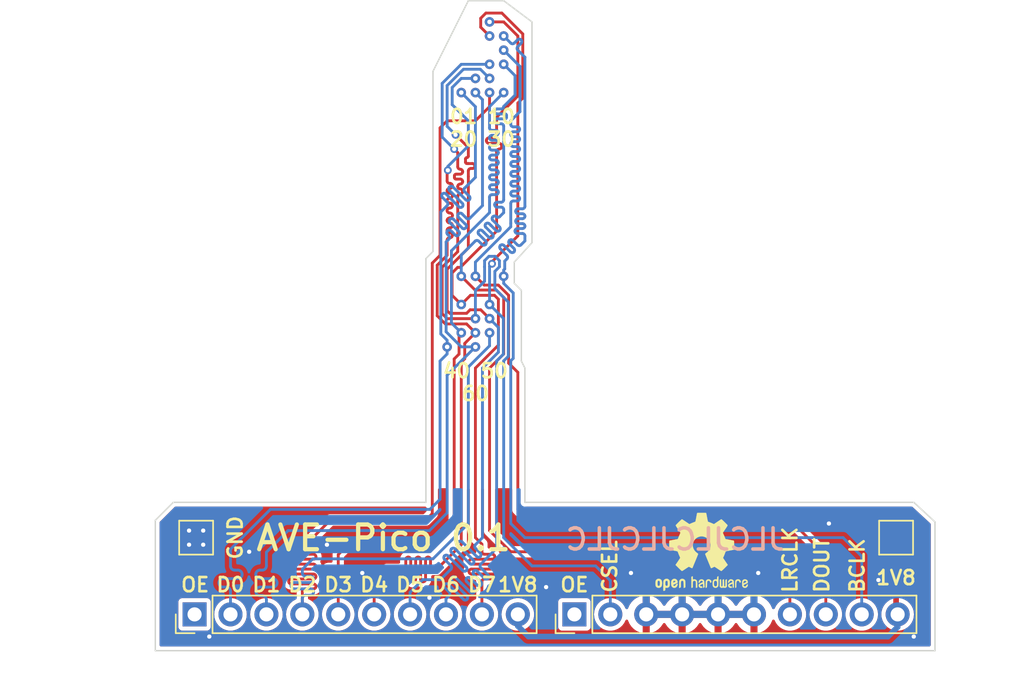
<source format=kicad_pcb>
(kicad_pcb (version 20221018) (generator pcbnew)
  (layers (0 "F.Cu" signal) (31 "B.Cu" signal) (34 "B.Paste" user) (35 "F.Paste" user) (36 "B.SilkS" user "B.Silkscreen") (37 "F.SilkS" user "F.Silkscreen") (38 "B.Mask" user) (39 "F.Mask" user) (44 "Edge.Cuts" user))
  (net 0 "")
  (net 1 "/D6")
  (net 2 "/D7")
  (net 3 "/D5")
  (net 4 "/D4")
  (net 5 "/D3")
  (net 6 "/D2")
  (net 7 "/D1")
  (net 8 "/CSEL")
  (net 10 "/D0")
  (net 12 "GND")
  (net 13 "+1V8")
  (net 14 "/I2S_WS")
  (net 15 "/I2S_D")
  (net 16 "/I2S_C")
  (footprint "library:wii_pin" (layer "F.Cu") (at 152 107)
    (fp_text reference "J14" hide)
    (fp_text value "Conn_01x01" hide)
  )
  (footprint "library:wii_pin" (layer "F.Cu") (at 152 109)
    (fp_text reference "J10" hide)
    (fp_text value "Conn_01x01" hide)
  )
  (footprint "library:wii_pin" (layer "F.Cu") (at 154 93)
    (fp_text reference "J22" hide)
    (fp_text value "Conn_01x01" hide)
  )
  (footprint "library:wii_pin" (layer "F.Cu") (at 153 112)
    (fp_text reference "J4" hide)
    (fp_text value "Conn_01x01" hide)
  )
  (footprint "library:wii_pin" (layer "F.Cu") (at 153 110)
    (fp_text reference "J11" hide)
    (fp_text value "Conn_01x01" hide)
  )
  (footprint "library:wii_pin" (layer "F.Cu") (at 152 111)
    (fp_text reference "J6" hide)
    (fp_text value "Conn_01x01" hide)
  )
  (footprint "library:wii_pin" (layer "F.Cu") (at 153 107)
    (fp_text reference "J15" hide)
    (fp_text value "Conn_01x01" hide)
  )
  (footprint "library:wii_pin" (layer "F.Cu") (at 154 94)
    (fp_text reference "J19" hide)
    (fp_text value "Conn_01x01" hide)
  )
  (footprint "library:wii_pin" (layer "F.Cu") (at 155 94)
    (fp_text reference "J20" hide)
    (fp_text value "Conn_01x01" hide)
  )
  (footprint "library:wii_pin" (layer "F.Cu") (at 154 110)
    (fp_text reference "J8" hide)
    (fp_text value "Conn_01x01" hide)
  )
  (footprint "library:wii_pin" (layer "F.Cu") (at 155 107)
    (fp_text reference "J16" hide)
    (fp_text value "Conn_01x01" hide)
  )
  (footprint "library:wii_pin" (layer "F.Cu") (at 154 89)
    (fp_text reference "J24" hide)
    (fp_text value "Conn_01x01" hide)
  )
  (footprint "Connector_PinHeader_2.54mm:PinHeader_1x10_P2.54mm_Vertical" (layer "F.Cu") (at 133.14 130.93 90)
    (fp_text reference "J1" hide)
    (fp_text value "LSH1" hide)
  )
  (footprint "library:wii_pin" (layer "F.Cu") (at 155 90)
    (fp_text reference "J29" hide)
    (fp_text value "Conn_01x01" hide)
  )
  (footprint "library:wii_pin" (layer "F.Cu") (at 154 109)
    (fp_text reference "J9" hide)
    (fp_text value "Conn_01x01" hide)
  )
  (footprint "library:wii_pin" (layer "F.Cu") (at 152 94)
    (fp_text reference "J17" hide)
    (fp_text value "Conn_01x01" hide)
  )
  (footprint "library:wii_pin" (layer "F.Cu") (at 154 111)
    (fp_text reference "J5" hide)
    (fp_text value "Conn_01x01" hide)
  )
  (footprint "library:wii_pin" (layer "F.Cu") (at 155 91)
    (fp_text reference "J28" hide)
    (fp_text value "Conn_01x01" hide)
  )
  (footprint "library:wii_pin" (layer "F.Cu") (at 155 92)
    (fp_text reference "J27" hide)
    (fp_text value "Conn_01x01" hide)
  )
  (footprint "library:wii_pin" (layer "F.Cu") (at 153 93)
    (fp_text reference "J21" hide)
    (fp_text value "Conn_01x01" hide)
  )
  (footprint "TestPoint:TestPoint_Pad_2.0x2.0mm" (layer "F.Cu") (at 133.25 125.5)
    (fp_text reference "J12" hide)
    (fp_text value "Conn_01x01" hide)
  )
  (footprint "TestPoint:TestPoint_Pad_2.0x2.0mm" (layer "F.Cu") (at 182.75 125.5)
    (fp_text reference "J13" hide)
    (fp_text value "Conn_01x01" hide)
  )
  (footprint "Connector_PinHeader_2.54mm:PinHeader_1x10_P2.54mm_Vertical" (layer "F.Cu") (at 160 130.93 90)
    (fp_text reference "J2" hide)
    (fp_text value "LSH2" hide)
  )
  (footprint "library:wii_pin" (layer "F.Cu") (at 154 92)
    (fp_text reference "J25" hide)
    (fp_text value "Conn_01x01" hide)
  )
  (footprint "library:wii_pin" (layer "F.Cu") (at 153 111)
    (fp_text reference "J7" hide)
    (fp_text value "Conn_01x01" hide)
  )
  (footprint "library:wii_pin" (layer "F.Cu") (at 151 112)
    (fp_text reference "J3" hide)
    (fp_text value "Conn_01x01" hide)
  )
  (footprint "library:wii_pin" (layer "F.Cu") (at 154 90)
    (fp_text reference "J23" hide)
    (fp_text value "Conn_01x01" hide)
  )
  (footprint "library:wii_pin" (layer "F.Cu") (at 153 94)
    (fp_text reference "J18" hide)
    (fp_text value "Conn_01x01" hide)
  )
  (footprint "Symbol:OSHW-Logo2_7.3x6mm_SilkScreen" (layer "F.Cu") (at 169 126.5)
    (fp_text reference "REF**" hide)
    (fp_text value "OSHW-Logo2_7.3x6mm_SilkScreen" hide)
  )
  (gr_line (start 152.5 87.5) (end 150 92.5) (stroke (width 0.1)) (layer "Edge.Cuts"))
  (gr_line (start 149.5 123) (end 131.635 123) (stroke (width 0.1)) (layer "Edge.Cuts"))
  (gr_line (start 184 123) (end 156.5 123) (stroke (width 0.1)) (layer "Edge.Cuts"))
  (gr_line (start 155.75 107.5) (end 155.75 106) (stroke (width 0.1)) (layer "Edge.Cuts"))
  (gr_line (start 130.365 124.27) (end 130.365 133.5) (stroke (width 0.1)) (layer "Edge.Cuts"))
  (gr_line (start 157 104.625) (end 155.75 106) (stroke (width 0.1)) (layer "Edge.Cuts"))
  (gr_line (start 152.5 87.5) (end 155 87.5) (stroke (width 0.1)) (layer "Edge.Cuts"))
  (gr_line (start 184 123) (end 185.5 124.385) (stroke (width 0.1)) (layer "Edge.Cuts"))
  (gr_line (start 156.5 113.5) (end 156.25 113) (stroke (width 0.1)) (layer "Edge.Cuts"))
  (gr_line (start 156.25 108) (end 156.25 113) (stroke (width 0.1)) (layer "Edge.Cuts"))
  (gr_line (start 156.5 113.5) (end 156.5 123) (stroke (width 0.1)) (layer "Edge.Cuts"))
  (gr_line (start 130.365 133.5) (end 185.5 133.5) (stroke (width 0.1)) (layer "Edge.Cuts"))
  (gr_line (start 156.25 108) (end 155.75 107.5) (stroke (width 0.1)) (layer "Edge.Cuts"))
  (gr_line (start 155 87.5) (end 157 89) (stroke (width 0.1)) (layer "Edge.Cuts"))
  (gr_line (start 150 105.25) (end 150 92.5) (stroke (width 0.1)) (layer "Edge.Cuts"))
  (gr_line (start 149.5 105.75) (end 150 105.25) (stroke (width 0.1)) (layer "Edge.Cuts"))
  (gr_line (start 149.5 105.75) (end 149.5 123) (stroke (width 0.1)) (layer "Edge.Cuts"))
  (gr_line (start 157 89) (end 157 104.625) (stroke (width 0.1)) (layer "Edge.Cuts"))
  (gr_line (start 185.5 133.5) (end 185.5 124.385) (stroke (width 0.1)) (layer "Edge.Cuts"))
  (gr_line (start 131.635 123) (end 130.365 124.27) (stroke (width 0.1)) (layer "Edge.Cuts"))
  (gr_text "JLCJLCJLCJLC" (at 175 126.5) (layer "B.SilkS") (effects (font (size 1.5 1.5) (thickness 0.25) bold) (justify left bottom mirror)))
  (gr_text "D6" (at 150.92 128.25) (layer "F.SilkS") (effects (font (size 1 1) (thickness 0.1875) bold) (justify top)))
  (gr_text "D0" (at 135.68 128.25) (layer "F.SilkS") (effects (font (size 1 1) (thickness 0.1875) bold) (justify top)))
  (gr_text "D3" (at 143.3 128.25) (layer "F.SilkS") (effects (font (size 1 1) (thickness 0.1875) bold) (justify top)))
  (gr_text "DOUT" (at 177.5 129.5 90) (layer "F.SilkS") (effects (font (size 1 1) (thickness 0.1875) bold) (justify left)))
  (gr_text "40 50\n60" (at 153 114.5) (layer "F.SilkS") (effects (font (size 1 1) (thickness 0.1875) bold)))
  (gr_text "BCLK" (at 180 129.5 90) (layer "F.SilkS") (effects (font (size 1 1) (thickness 0.1875) bold) (justify left)))
  (gr_text "CSEL" (at 162.5 129.5 90) (layer "F.SilkS") (effects (font (size 1 1) (thickness 0.1875) bold) (justify left)))
  (gr_text "D1" (at 138.22 128.25) (layer "F.SilkS") (effects (font (size 1 1) (thickness 0.1875) bold) (justify top)))
  (gr_text "D5" (at 148.38 128.25) (layer "F.SilkS") (effects (font (size 1 1) (thickness 0.1875) bold) (justify top)))
  (gr_text "OE" (at 160 128.25) (layer "F.SilkS") (effects (font (size 1 1) (thickness 0.1875) bold) (justify top)))
  (gr_text "GND" (at 135.43 125.5 90) (layer "F.SilkS") (effects (font (size 1 1) (thickness 0.1875) bold) (justify top)))
  (gr_text "D2" (at 140.76 128.25) (layer "F.SilkS") (effects (font (size 1 1) (thickness 0.1875) bold) (justify top)))
  (gr_text "AVE-Pico 0.1" (at 146.5 124.5) (layer "F.SilkS") (effects (font (size 1.75 1.75) (thickness 0.3) bold) (justify top)))
  (gr_text "LRCLK" (at 175.25 129.5 90) (layer "F.SilkS") (effects (font (size 1 1) (thickness 0.1875) bold) (justify left)))
  (gr_text "D4" (at 145.84 128.25) (layer "F.SilkS") (effects (font (size 1 1) (thickness 0.1875) bold) (justify top)))
  (gr_text "01 10\n20 30" (at 153.5 96.5) (layer "F.SilkS") (effects (font (size 1 1) (thickness 0.1875) bold)))
  (gr_text "D7" (at 153.46 128.25) (layer "F.SilkS") (effects (font (size 1 1) (thickness 0.1875) bold) (justify top)))
  (gr_text "OE" (at 133.18 128.25) (layer "F.SilkS") (effects (font (size 1 1) (thickness 0.1875) bold) (justify top)))
  (gr_text "1V8" (at 156 128.25) (layer "F.SilkS") (effects (font (size 1 1) (thickness 0.1875) bold) (justify top)))
  (gr_text "1V8" (at 182.75 127.75) (layer "F.SilkS") (effects (font (size 1 1) (thickness 0.1875) bold) (justify top)))
  (segment (start 153.375 89.375) (end 154 90) (width 0.2) (layer "F.Cu") (net 1))
  (segment (start 156.35 89.855025) (end 154.869975 88.375) (width 0.2) (layer "F.Cu") (net 1))
  (segment (start 156 94.744974) (end 156.35 94.394974) (width 0.2) (layer "F.Cu") (net 1))
  (segment (start 154.174 105.97042) (end 156 104.14442) (width 0.2) (layer "F.Cu") (net 1))
  (segment (start 153.741116 88.375) (end 153.375 88.741116) (width 0.2) (layer "F.Cu") (net 1))
  (segment (start 156.35 94.394974) (end 156.35 89.855025) (width 0.2) (layer "F.Cu") (net 1))
  (segment (start 154.174 106.11484) (end 154.174 105.97042) (width 0.2) (layer "F.Cu") (net 1))
  (segment (start 156 104.14442) (end 156 94.744974) (width 0.2) (layer "F.Cu") (net 1))
  (segment (start 153.375 88.741116) (end 153.375 89.375) (width 0.2) (layer "F.Cu") (net 1))
  (segment (start 154.869975 88.375) (end 153.741116 88.375) (width 0.2) (layer "F.Cu") (net 1))
  (via (at 154.174 106.11484) (size 0.55) (drill 0.3) (layers "F.Cu" "B.Cu") (net 1))
  (segment (start 153.147478 128.879893) (end 153.147478 128.879892) (width 0.2) (layer "B.Cu") (net 1))
  (segment (start 152.405 129.869828) (end 152.405 129.869829) (width 0.2) (layer "B.Cu") (net 1))
  (segment (start 154 109) (end 154.975 109.975) (width 0.2) (layer "B.Cu") (net 1))
  (segment (start 151.14761 129.602388) (end 151.14761 129.602387) (width 0.2) (layer "B.Cu") (net 1))
  (segment (start 152.157514 129.869828) (end 151.092292 128.804606) (width 0.2) (layer "B.Cu") (net 1))
  (segment (start 150.844804 129.052094) (end 151.14761 129.3549) (width 0.2) (layer "B.Cu") (net 1))
  (segment (start 153.889919 128.384893) (end 153.889918 128.384894) (width 0.2) (layer "B.Cu") (net 1))
  (segment (start 153.642432 128.384894) (end 153.64243 128.384895) (width 0.2) (layer "B.Cu") (net 1))
  (segment (start 151.339795 128.557135) (end 152.405001 129.622341) (width 0.2) (layer "B.Cu") (net 1))
  (segment (start 152.880025 127.869978) (end 152.880024 127.869976) (width 0.2) (layer "B.Cu") (net 1))
  (segment (start 153.147478 128.879892) (end 152.632538 128.364952) (width 0.2) (layer "B.Cu") (net 1))
  (segment (start 154 106.28884) (end 154 109) (width 0.2) (layer "B.Cu") (net 1))
  (segment (start 153.375 127.622488) (end 153.889918 128.137406) (width 0.2) (layer "B.Cu") (net 1))
  (segment (start 150.844805 128.804607) (end 150.844805 128.804606) (width 0.2) (layer "B.Cu") (net 1))
  (segment (start 151.339794 128.309648) (end 151.339795 128.309648) (width 0.2) (layer "B.Cu") (net 1))
  (segment (start 152.38505 128.364953) (end 152.385048 128.364952) (width 0.2) (layer "B.Cu") (net 1))
  (segment (start 152.013817 128.736186) (end 152.013817 128.736183) (width 0.2) (layer "B.Cu") (net 1))
  (segment (start 152.38505 128.364952) (end 152.38505 128.364953) (width 0.2) (layer "B.Cu") (net 1))
  (segment (start 154.5 112.994974) (end 154.5 126.25) (width 0.2) (layer "B.Cu") (net 1))
  (segment (start 152.652527 129.374893) (end 152.652525 129.374894) (width 0.2) (layer "B.Cu") (net 1))
  (segment (start 153.64243 128.384895) (end 153.127513 127.869978) (width 0.2) (layer "B.Cu") (net 1))
  (segment (start 154.975 109.975) (end 154.975 112.519974) (width 0.2) (layer "B.Cu") (net 1))
  (segment (start 150.844803 129.052093) (end 150.844804 129.052094) (width 0.2) (layer "B.Cu") (net 1))
  (segment (start 154.174 106.11484) (end 154 106.28884) (width 0.2) (layer "B.Cu") (net 1))
  (segment (start 153.394965 128.879893) (end 153.394964 128.879893) (width 0.2) (layer "B.Cu") (net 1))
  (segment (start 151.339795 128.557134) (end 151.339795 128.557135) (width 0.2) (layer "B.Cu") (net 1))
  (segment (start 152.013817 128.736183) (end 151.587282 128.309648) (width 0.2) (layer "B.Cu") (net 1))
  (segment (start 154.975 112.519974) (end 154.5 112.994974) (width 0.2) (layer "B.Cu") (net 1))
  (segment (start 152.880026 127.869977) (end 152.880025 127.869978) (width 0.2) (layer "B.Cu") (net 1))
  (segment (start 150.844805 128.804606) (end 150.844804 128.804606) (width 0.2) (layer "B.Cu") (net 1))
  (segment (start 152.880024 128.117464) (end 153.394965 128.632405) (width 0.2) (layer "B.Cu") (net 1))
  (segment (start 150.92 129.83) (end 150.92 130.93) (width 0.2) (layer "B.Cu") (net 1))
  (segment (start 152.157514 129.869829) (end 152.157514 129.869828) (width 0.2) (layer "B.Cu") (net 1))
  (segment (start 152.385048 128.61244) (end 152.900013 129.127405) (width 0.2) (layer "B.Cu") (net 1))
  (segment (start 151.14761 129.602387) (end 150.92 129.83) (width 0.2) (layer "B.Cu") (net 1))
  (segment (start 154.5 126.25) (end 153.375 127.375) (width 0.2) (layer "B.Cu") (net 1))
  (segment (start 152.652525 129.374894) (end 152.013817 128.736186) (width 0.2) (layer "B.Cu") (net 1))
  (arc (start 152.900013 129.374893) (mid 152.776269 129.42615) (end 152.652527 129.374893) (width 0.2) (layer "B.Cu") (net 1))
  (arc (start 151.339795 128.309648) (mid 151.288539 128.433391) (end 151.339795 128.557134) (width 0.2) (layer "B.Cu") (net 1))
  (arc (start 152.405001 129.622341) (mid 152.456257 129.746085) (end 152.405 129.869828) (width 0.2) (layer "B.Cu") (net 1))
  (arc (start 152.900013 129.127405) (mid 152.951269 129.251149) (end 152.900013 129.374893) (width 0.2) (layer "B.Cu") (net 1))
  (arc (start 153.889918 128.384894) (mid 153.766174 128.436151) (end 153.642432 128.384894) (width 0.2) (layer "B.Cu") (net 1))
  (arc (start 153.889918 128.137406) (mid 153.941175 128.261149) (end 153.889919 128.384893) (width 0.2) (layer "B.Cu") (net 1))
  (arc (start 153.394965 128.632405) (mid 153.446221 128.756149) (end 153.394965 128.879893) (width 0.2) (layer "B.Cu") (net 1))
  (arc (start 152.385048 128.364952) (mid 152.333792 128.488696) (end 152.385048 128.61244) (width 0.2) (layer "B.Cu") (net 1))
  (arc (start 153.127513 127.869978) (mid 153.00377 127.818721) (end 152.880026 127.869977) (width 0.2) (layer "B.Cu") (net 1))
  (arc (start 153.394964 128.879893) (mid 153.271222 128.931148) (end 153.147478 128.879893) (width 0.2) (layer "B.Cu") (net 1))
  (arc (start 151.587282 128.309648) (mid 151.463538 128.258392) (end 151.339794 128.309648) (width 0.2) (layer "B.Cu") (net 1))
  (arc (start 151.092292 128.804606) (mid 150.968548 128.75335) (end 150.844805 128.804607) (width 0.2) (layer "B.Cu") (net 1))
  (arc (start 150.844804 128.804606) (mid 150.793547 128.928349) (end 150.844803 129.052093) (width 0.2) (layer "B.Cu") (net 1))
  (arc (start 152.880024 127.869976) (mid 152.828768 127.99372) (end 152.880024 128.117464) (width 0.2) (layer "B.Cu") (net 1))
  (arc (start 151.14761 129.3549) (mid 151.198866 129.478644) (end 151.14761 129.602388) (width 0.2) (layer "B.Cu") (net 1))
  (arc (start 152.632538 128.364952) (mid 152.508794 128.313696) (end 152.38505 128.364952) (width 0.2) (layer "B.Cu") (net 1))
  (arc (start 153.375 127.375) (mid 153.323744 127.498744) (end 153.375 127.622488) (width 0.2) (layer "B.Cu") (net 1))
  (arc (start 152.405 129.869829) (mid 152.281258 129.921084) (end 152.157514 129.869829) (width 0.2) (layer "B.Cu") (net 1))
  (segment (start 154.197335 128.425) (end 153.635 128.425) (width 0.2) (layer "F.Cu") (net 2))
  (segment (start 151.741116 106.375) (end 151.35 106.766116) (width 0.2) (layer "F.Cu") (net 2))
  (segment (start 152.65 108.35) (end 154.35 108.35) (width 0.2) (layer "F.Cu") (net 2))
  (segment (start 154.3 97.6) (end 154.680722 97.6) (width 0.2) (layer "F.Cu") (net 2))
  (segment (start 153.46 128.6) (end 153.46 130.93) (width 0.2) (layer "F.Cu") (net 2))
  (segment (start 153.635 126.675) (end 154.197335 126.675) (width 0.2) (layer "F.Cu") (net 2))
  (segment (start 154.5 103.80396) (end 151.92896 106.375) (width 0.2) (layer "F.Cu") (net 2))
  (segment (start 154.5 98.2) (end 154.5 103.80396) (width 0.2) (layer "F.Cu") (net 2))
  (segment (start 155 89) (end 156 90) (width 0.2) (layer "F.Cu") (net 2))
  (segment (start 154.625 111.875) (end 153 113.5) (width 0.2) (layer "F.Cu") (net 2))
  (segment (start 156 94.25) (end 154.5 95.75) (width 0.2) (layer "F.Cu") (net 2))
  (segment (start 154.625 108.625) (end 154.625 110.258884) (width 0.2) (layer "F.Cu") (net 2))
  (segment (start 153.46 125.96) (end 153.46 126.5) (width 0.2) (layer "F.Cu") (net 2))
  (segment (start 153.46 127.375) (end 154.197335 127.375) (width 0.2) (layer "F.Cu") (net 2))
  (segment (start 154 89) (end 155 89) (width 0.2) (layer "F.Cu") (net 2))
  (segment (start 156 90) (end 156 94.25) (width 0.2) (layer "F.Cu") (net 2))
  (segment (start 152.722691 128.075) (end 153.46 128.075) (width 0.2) (layer "F.Cu") (net 2))
  (segment (start 154.197335 127.025) (end 153.635 127.025) (width 0.2) (layer "F.Cu") (net 2))
  (segment (start 154.5 98.180721) (end 154.5 98.2) (width 0.2) (layer "F.Cu") (net 2))
  (segment (start 154.625 110.258884) (end 154.623351 110.260533) (width 0.2) (layer "F.Cu") (net 2))
  (segment (start 154.35 108.35) (end 154.625 108.625) (width 0.2) (layer "F.Cu") (net 2))
  (segment (start 154.197335 127.725) (end 153.46 127.725) (width 0.2) (layer "F.Cu") (net 2))
  (segment (start 151.35 108.35) (end 152 109) (width 0.2) (layer "F.Cu") (net 2))
  (segment (start 153 113.5) (end 153 125.5) (width 0.2) (layer "F.Cu") (net 2))
  (segment (start 151.92896 106.375) (end 151.741116 106.375) (width 0.2) (layer "F.Cu") (net 2))
  (segment (start 154.623351 110.739467) (end 154.625 110.741116) (width 0.2) (layer "F.Cu") (net 2))
  (segment (start 153.46 128.075) (end 154.197335 128.075) (width 0.2) (layer "F.Cu") (net 2))
  (segment (start 154.623351 110.260533) (end 154.623351 110.739467) (width 0.2) (layer "F.Cu") (net 2))
  (segment (start 154.5 95.75) (end 154.5 97) (width 0.2) (layer "F.Cu") (net 2))
  (segment (start 154.680722 98) (end 154.680721 98) (width 0.2) (layer "F.Cu") (net 2))
  (segment (start 154.625 110.741116) (end 154.625 111.875) (width 0.2) (layer "F.Cu") (net 2))
  (segment (start 153.976137 97.6) (end 154.3 97.6) (width 0.2) (layer "F.Cu") (net 2))
  (segment (start 154.3 97.2) (end 153.976137 97.2) (width 0.2) (layer "F.Cu") (net 2))
  (segment (start 154.861443 97.780721) (end 154.861443 97.819279) (width 0.2) (layer "F.Cu") (net 2))
  (segment (start 152 109) (end 152.65 108.35) (width 0.2) (layer "F.Cu") (net 2))
  (segment (start 153.635 127.025) (end 152.722691 127.025) (width 0.2) (layer "F.Cu") (net 2))
  (segment (start 153 125.5) (end 153.46 125.96) (width 0.2) (layer "F.Cu") (net 2))
  (segment (start 152.722691 127.375) (end 153.46 127.375) (width 0.2) (layer "F.Cu") (net 2))
  (segment (start 153.46 127.725) (end 152.722691 127.725) (width 0.2) (layer "F.Cu") (net 2))
  (segment (start 151.35 106.766116) (end 151.35 108.35) (width 0.2) (layer "F.Cu") (net 2))
  (arc (start 152.722691 127.725) (mid 152.598947 127.776256) (end 152.547691 127.9) (width 0.2) (layer "F.Cu") (net 2))
  (arc (start 154.197335 127.375) (mid 154.321079 127.426256) (end 154.372335 127.55) (width 0.2) (layer "F.Cu") (net 2))
  (arc (start 152.547691 127.2) (mid 152.598947 127.323744) (end 152.722691 127.375) (width 0.2) (layer "F.Cu") (net 2))
  (arc (start 154.372335 126.85) (mid 154.321079 126.973744) (end 154.197335 127.025) (width 0.2) (layer "F.Cu") (net 2))
  (arc (start 152.547691 127.9) (mid 152.598947 128.023744) (end 152.722691 128.075) (width 0.2) (layer "F.Cu") (net 2))
  (arc (start 152.722691 127.025) (mid 152.598947 127.076256) (end 152.547691 127.2) (width 0.2) (layer "F.Cu") (net 2))
  (arc (start 153.46 126.5) (mid 153.511256 126.623744) (end 153.635 126.675) (width 0.2) (layer "F.Cu") (net 2))
  (arc (start 153.635 128.425) (mid 153.511256 128.476256) (end 153.46 128.6) (width 0.2) (layer "F.Cu") (net 2))
  (arc (start 154.372335 128.25) (mid 154.321079 128.373744) (end 154.197335 128.425) (width 0.2) (layer "F.Cu") (net 2))
  (arc (start 154.372335 127.55) (mid 154.321079 127.673744) (end 154.197335 127.725) (width 0.2) (layer "F.Cu") (net 2))
  (arc (start 154.680722 97.6) (mid 154.808511 97.652932) (end 154.861443 97.780721) (width 0.2) (layer "F.Cu") (net 2))
  (arc (start 154.197335 128.075) (mid 154.321079 128.126256) (end 154.372335 128.25) (width 0.2) (layer "F.Cu") (net 2))
  (arc (start 153.776137 97.4) (mid 153.834716 97.541421) (end 153.976137 97.6) (width 0.2) (layer "F.Cu") (net 2))
  (arc (start 154.197335 126.675) (mid 154.321079 126.726256) (end 154.372335 126.85) (width 0.2) (layer "F.Cu") (net 2))
  (arc (start 154.680721 98) (mid 154.552932 98.052932) (end 154.5 98.180721) (width 0.2) (layer "F.Cu") (net 2))
  (arc (start 154.5 97) (mid 154.441421 97.141421) (end 154.3 97.2) (width 0.2) (layer "F.Cu") (net 2))
  (arc (start 153.976137 97.2) (mid 153.834716 97.258579) (end 153.776137 97.4) (width 0.2) (layer "F.Cu") (net 2))
  (arc (start 154.861443 97.819279) (mid 154.808511 97.947068) (end 154.680722 98) (width 0.2) (layer "F.Cu") (net 2))
  (segment (start 152.3 98.7) (end 152.3 98.925) (width 0.2) (layer "F.Cu") (net 3))
  (segment (start 152.5 99.95) (end 152.5 105.005026) (width 0.2) (layer "F.Cu") (net 3))
  (segment (start 151.595713 96.989483) (end 152.5 97.89377) (width 0.2) (layer "F.Cu") (net 3))
  (segment (start 152.625001 109.375) (end 153.375 109.375) (width 0.2) (layer "F.Cu") (net 3))
  (segment (start 151 109.43934) (end 151.18566 109.625) (width 0.2) (layer "F.Cu") (net 3))
  (segment (start 151 106.505026) (end 151 109.43934) (width 0.2) (layer "F.Cu") (net 3))
  (segment (start 152.4 99.025) (end 152.5 99.025) (width 0.2) (layer "F.Cu") (net 3))
  (segment (start 152.5 97.89377) (end 152.5 98.5) (width 0.2) (layer "F.Cu") (net 3))
  (segment (start 152.5 99.55) (end 152.5 99.95) (width 0.2) (layer "F.Cu") (net 3))
  (segment (start 152.375001 109.625) (end 152.625001 109.375) (width 0.2) (layer "F.Cu") (net 3))
  (segment (start 152.5 99.025) (end 152.783837 99.025) (width 0.2) (layer "F.Cu") (net 3))
  (segment (start 152.5 105.005026) (end 151 106.505026) (width 0.2) (layer "F.Cu") (net 3))
  (segment (start 151.18566 109.625) (end 152.375001 109.625) (width 0.2) (layer "F.Cu") (net 3))
  (segment (start 153.375 109.375) (end 154 110) (width 0.2) (layer "F.Cu") (net 3))
  (segment (start 152.783837 99.375) (end 152.675 99.375) (width 0.2) (layer "F.Cu") (net 3))
  (via (at 151.595713 96.989483) (size 0.55) (drill 0.3) (layers "F.Cu" "B.Cu") (net 3))
  (arc (start 152.4 98.6) (mid 152.329289 98.629289) (end 152.3 98.7) (width 0.2) (layer "F.Cu") (net 3))
  (arc (start 152.783837 99.025) (mid 152.907581 99.076256) (end 152.958837 99.2) (width 0.2) (layer "F.Cu") (net 3))
  (arc (start 152.958837 99.2) (mid 152.907581 99.323744) (end 152.783837 99.375) (width 0.2) (layer "F.Cu") (net 3))
  (arc (start 152.5 98.5) (mid 152.470711 98.570711) (end 152.4 98.6) (width 0.2) (layer "F.Cu") (net 3))
  (arc (start 152.3 98.925) (mid 152.329289 98.995711) (end 152.4 99.025) (width 0.2) (layer "F.Cu") (net 3))
  (arc (start 152.675 99.375) (mid 152.551256 99.426256) (end 152.5 99.55) (width 0.2) (layer "F.Cu") (net 3))
  (segment (start 153.5 125.5) (end 153 126) (width 0.2) (layer "B.Cu") (net 3))
  (segment (start 151.267587 127.73241) (end 151.267588 127.73241) (width 0.2) (layer "B.Cu") (net 3))
  (segment (start 152.601887 127.334298) (end 152.601887 127.334297) (width 0.2) (layer "B.Cu") (net 3))
  (segment (start 152.601887 127.334297) (end 151.559651 126.292061) (width 0.2) (layer "B.Cu") (net 3))
  (segment (start 153.35 92.35) (end 154 93) (width 0.2) (layer "B.Cu") (net 3))
  (segment (start 151.638821 127.361182) (end 151.638821 127.361179) (width 0.2) (layer "B.Cu") (net 3))
  (segment (start 154 110) (end 154.625 110.625) (width 0.2) (layer "B.Cu") (net 3))
  (segment (start 151.595713 96.989483) (end 151 96.39377) (width 0.2) (layer "B.Cu") (net 3))
  (segment (start 150.817146 126.786992) (end 150.817145 126.786992) (width 0.2) (layer "B.Cu") (net 3))
  (segment (start 152.849373 127.334297) (end 152.849373 127.334298) (width 0.2) (layer "B.Cu") (net 3))
  (segment (start 151.267588 127.73241) (end 150.525 128.475) (width 0.2) (layer "B.Cu") (net 3))
  (segment (start 151.807172 125.797122) (end 151.807172 125.797121) (width 0.2) (layer "B.Cu") (net 3))
  (segment (start 153 126.247488) (end 153.344323 126.591811) (width 0.2) (layer "B.Cu") (net 3))
  (segment (start 153.096837 126.839299) (end 153.096835 126.8393) (width 0.2) (layer "B.Cu") (net 3))
  (segment (start 148.38 129.37) (end 148.38 130.93) (width 0.2) (layer "B.Cu") (net 3))
  (segment (start 151.312163 126.539547) (end 151.312163 126.539548) (width 0.2) (layer "B.Cu") (net 3))
  (segment (start 152.10691 127.829268) (end 152.106908 127.829269) (width 0.2) (layer "B.Cu") (net 3))
  (segment (start 153.5 113.5) (end 153.5 125.5) (width 0.2) (layer "B.Cu") (net 3))
  (segment (start 153.344324 126.839298) (end 153.344323 126.839299) (width 0.2) (layer "B.Cu") (net 3))
  (segment (start 150.817144 127.034479) (end 150.817145 127.03448) (width 0.2) (layer "B.Cu") (net 3))
  (segment (start 151 96.39377) (end 151 93.505026) (width 0.2) (layer "B.Cu") (net 3))
  (segment (start 152.155026 92.35) (end 153.35 92.35) (width 0.2) (layer "B.Cu") (net 3))
  (segment (start 151.807172 126.044607) (end 151.807172 126.044608) (width 0.2) (layer "B.Cu") (net 3))
  (segment (start 152.628769 126.371231) (end 152.054659 125.797121) (width 0.2) (layer "B.Cu") (net 3))
  (segment (start 152.106908 127.829269) (end 151.638821 127.361182) (width 0.2) (layer "B.Cu") (net 3))
  (segment (start 151.312164 126.29206) (end 151.312163 126.292061) (width 0.2) (layer "B.Cu") (net 3))
  (segment (start 151 93.505026) (end 152.155026 92.35) (width 0.2) (layer "B.Cu") (net 3))
  (segment (start 152.354397 127.829267) (end 152.354396 127.829268) (width 0.2) (layer "B.Cu") (net 3))
  (segment (start 154.625 112.375) (end 153.5 113.5) (width 0.2) (layer "B.Cu") (net 3))
  (segment (start 151.638821 127.361179) (end 151.064634 126.786992) (width 0.2) (layer "B.Cu") (net 3))
  (segment (start 151.312163 126.539548) (end 152.354396 127.58178) (width 0.2) (layer "B.Cu") (net 3))
  (segment (start 150.817147 126.786991) (end 150.817146 126.786992) (width 0.2) (layer "B.Cu") (net 3))
  (segment (start 154.625 110.625) (end 154.625 112.375) (width 0.2) (layer "B.Cu") (net 3))
  (segment (start 151.807172 126.044608) (end 152.849374 127.08681) (width 0.2) (layer "B.Cu") (net 3))
  (segment (start 152.628769 126.371234) (end 152.628769 126.371231) (width 0.2) (layer "B.Cu") (net 3))
  (segment (start 153.096835 126.8393) (end 152.628769 126.371234) (width 0.2) (layer "B.Cu") (net 3))
  (segment (start 150.525 128.475) (end 149.275 128.475) (width 0.2) (layer "B.Cu") (net 3))
  (segment (start 150.817145 127.03448) (end 151.267588 127.484923) (width 0.2) (layer "B.Cu") (net 3))
  (segment (start 149.275 128.475) (end 148.38 129.37) (width 0.2) (layer "B.Cu") (net 3))
  (arc (start 152.354396 127.58178) (mid 152.405653 127.705523) (end 152.354397 127.829267) (width 0.2) (layer "B.Cu") (net 3))
  (arc (start 153.344323 126.591811) (mid 153.39558 126.715554) (end 153.344324 126.839298) (width 0.2) (layer "B.Cu") (net 3))
  (arc (start 152.054659 125.797121) (mid 151.930915 125.745865) (end 151.807172 125.797122) (width 0.2) (layer "B.Cu") (net 3))
  (arc (start 151.559651 126.292061) (mid 151.435908 126.240804) (end 151.312164 126.29206) (width 0.2) (layer "B.Cu") (net 3))
  (arc (start 151.807172 125.797121) (mid 151.755916 125.920864) (end 151.807172 126.044607) (width 0.2) (layer "B.Cu") (net 3))
  (arc (start 151.267588 127.484923) (mid 151.318844 127.608667) (end 151.267587 127.73241) (width 0.2) (layer "B.Cu") (net 3))
  (arc (start 152.354396 127.829268) (mid 152.230652 127.880525) (end 152.10691 127.829268) (width 0.2) (layer "B.Cu") (net 3))
  (arc (start 152.849373 127.334298) (mid 152.725631 127.385553) (end 152.601887 127.334298) (width 0.2) (layer "B.Cu") (net 3))
  (arc (start 151.064634 126.786992) (mid 150.940891 126.735735) (end 150.817147 126.786991) (width 0.2) (layer "B.Cu") (net 3))
  (arc (start 153.344323 126.839299) (mid 153.220579 126.890556) (end 153.096837 126.839299) (width 0.2) (layer "B.Cu") (net 3))
  (arc (start 152.849374 127.08681) (mid 152.90063 127.210554) (end 152.849373 127.334297) (width 0.2) (layer "B.Cu") (net 3))
  (arc (start 153 126) (mid 152.948744 126.123744) (end 153 126.247488) (width 0.2) (layer "B.Cu") (net 3))
  (arc (start 150.817145 126.786992) (mid 150.765888 126.910735) (end 150.817144 127.034479) (width 0.2) (layer "B.Cu") (net 3))
  (arc (start 151.312163 126.292061) (mid 151.260907 126.415804) (end 151.312163 126.539547) (width 0.2) (layer "B.Cu") (net 3))
  (segment (start 150.875 110.375) (end 152.375 110.375) (width 0.2) (layer "F.Cu") (net 4))
  (segment (start 146.75 127.75) (end 145.84 128.66) (width 0.2) (layer "F.Cu") (net 4))
  (segment (start 151.198656 104.275) (end 151.175 104.275) (width 0.2) (layer "F.Cu") (net 4))
  (segment (start 151.175 101.825) (end 151.198644 101.825) (width 0.2) (layer "F.Cu") (net 4))
  (segment (start 148.425 127.75) (end 148.425 127.049733) (width 0.2) (layer "F.Cu") (net 4))
  (segment (start 145.84 128.66) (end 145.84 130.93) (width 0.2) (layer "F.Cu") (net 4))
  (segment (start 151.175 100.425) (end 151.198644 100.425) (width 0.2) (layer "F.Cu") (net 4))
  (segment (start 151 99.5495) (end 151 100.25) (width 0.2) (layer "F.Cu") (net 4))
  (segment (start 150.3 109.8) (end 150.875 110.375) (width 0.2) (layer "F.Cu") (net 4))
  (segment (start 151 105.515078) (end 150.3 106.215078) (width 0.2) (layer "F.Cu") (net 4))
  (segment (start 148.775 127.75) (end 148.775 128.450267) (width 0.2) (layer "F.Cu") (net 4))
  (segment (start 151.175 101.125) (end 151.198644 101.125) (width 0.2) (layer "F.Cu") (net 4))
  (segment (start 149.125 127.75) (end 149.125 127.049733) (width 0.2) (layer "F.Cu") (net 4))
  (segment (start 151.175 103.225) (end 151.198648 103.225) (width 0.2) (layer "F.Cu") (net 4))
  (segment (start 151.198648 103.575) (end 151.175 103.575) (width 0.2) (layer "F.Cu") (net 4))
  (segment (start 151.198644 102.175) (end 151.175 102.175) (width 0.2) (layer "F.Cu") (net 4))
  (segment (start 152.24521 111.75479) (end 152.24521 112.83941) (width 0.2) (layer "F.Cu") (net 4))
  (segment (start 152 113.08462) (end 152 126.003792) (width 0.2) (layer "F.Cu") (net 4))
  (segment (start 149.125 128.450267) (end 149.125 127.75) (width 0.2) (layer "F.Cu") (net 4))
  (segment (start 148.075 127.75) (end 148.075 128.450292) (width 0.2) (layer "F.Cu") (net 4))
  (segment (start 151 105.326242) (end 151 105.515078) (width 0.2) (layer "F.Cu") (net 4))
  (segment (start 150.253792 127.75) (end 150 127.75) (width 0.2) (layer "F.Cu") (net 4))
  (segment (start 151.198644 101.475) (end 151.175 101.475) (width 0.2) (layer "F.Cu") (net 4))
  (segment (start 151 104.45) (end 151 105.326242) (width 0.2) (layer "F.Cu") (net 4))
  (segment (start 147.55 127.75) (end 146.75 127.75) (width 0.2) (layer "F.Cu") (net 4))
  (segment (start 151.198644 100.775) (end 151.175 100.775) (width 0.2) (layer "F.Cu") (net 4))
  (segment (start 148.425 128.450267) (end 148.425 127.75) (width 0.2) (layer "F.Cu") (net 4))
  (segment (start 152 126.003792) (end 150.253792 127.75) (width 0.2) (layer "F.Cu") (net 4))
  (segment (start 152.24521 112.83941) (end 152 113.08462) (width 0.2) (layer "F.Cu") (net 4))
  (segment (start 151.175 103.925) (end 151.198656 103.925) (width 0.2) (layer "F.Cu") (net 4))
  (segment (start 148.075 127.049733) (end 148.075 127.75) (width 0.2) (layer "F.Cu") (net 4))
  (segment (start 151.0495 99.5) (end 151 99.5495) (width 0.2) (layer "F.Cu") (net 4))
  (segment (start 151.175 102.525) (end 151.198644 102.525) (width 0.2) (layer "F.Cu") (net 4))
  (segment (start 147.725 128.450292) (end 147.725 127.925) (width 0.2) (layer "F.Cu") (net 4))
  (segment (start 149.475 127.049733) (end 149.475 127.575) (width 0.2) (layer "F.Cu") (net 4))
  (segment (start 153 111) (end 152.24521 111.75479) (width 0.2) (layer "F.Cu") (net 4))
  (segment (start 150.3 106.215078) (end 150.3 109.8) (width 0.2) (layer "F.Cu") (net 4))
  (segment (start 149.475 127.575) (end 149.475 128.450267) (width 0.2) (layer "F.Cu") (net 4))
  (segment (start 152.375 110.375) (end 153 111) (width 0.2) (layer "F.Cu") (net 4))
  (segment (start 148.775 127.049733) (end 148.775 127.75) (width 0.2) (layer "F.Cu") (net 4))
  (segment (start 151.198644 102.875) (end 151.175 102.875) (width 0.2) (layer "F.Cu") (net 4))
  (segment (start 149.825 127.575) (end 149.825 127.049733) (width 0.2) (layer "F.Cu") (net 4))
  (via (at 151.0495 99.5) (size 0.55) (drill 0.3) (layers "F.Cu" "B.Cu") (net 4))
  (arc (start 151.198644 102.525) (mid 151.322388 102.576256) (end 151.373644 102.7) (width 0.2) (layer "F.Cu") (net 4))
  (arc (start 148.775 128.450267) (mid 148.723744 128.574011) (end 148.6 128.625267) (width 0.2) (layer "F.Cu") (net 4))
  (arc (start 148.075 128.450292) (mid 148.023744 128.574036) (end 147.9 128.625292) (width 0.2) (layer "F.Cu") (net 4))
  (arc (start 151.175 102.175) (mid 151.051256 102.226256) (end 151 102.35) (width 0.2) (layer "F.Cu") (net 4))
  (arc (start 151.373648 103.4) (mid 151.322392 103.523744) (end 151.198648 103.575) (width 0.2) (layer "F.Cu") (net 4))
  (arc (start 151 102.35) (mid 151.051256 102.473744) (end 151.175 102.525) (width 0.2) (layer "F.Cu") (net 4))
  (arc (start 151.198644 100.425) (mid 151.322388 100.476256) (end 151.373644 100.6) (width 0.2) (layer "F.Cu") (net 4))
  (arc (start 147.9 128.625292) (mid 147.776256 128.574036) (end 147.725 128.450292) (width 0.2) (layer "F.Cu") (net 4))
  (arc (start 151.198648 103.225) (mid 151.322392 103.276256) (end 151.373648 103.4) (width 0.2) (layer "F.Cu") (net 4))
  (arc (start 151 103.75) (mid 151.051256 103.873744) (end 151.175 103.925) (width 0.2) (layer "F.Cu") (net 4))
  (arc (start 151.373644 102.7) (mid 151.322388 102.823744) (end 151.198644 102.875) (width 0.2) (layer "F.Cu") (net 4))
  (arc (start 148.95 126.874733) (mid 148.826256 126.925989) (end 148.775 127.049733) (width 0.2) (layer "F.Cu") (net 4))
  (arc (start 151.175 101.475) (mid 151.051256 101.526256) (end 151 101.65) (width 0.2) (layer "F.Cu") (net 4))
  (arc (start 151 101.65) (mid 151.051256 101.773744) (end 151.175 101.825) (width 0.2) (layer "F.Cu") (net 4))
  (arc (start 151.373644 102) (mid 151.322388 102.123744) (end 151.198644 102.175) (width 0.2) (layer "F.Cu") (net 4))
  (arc (start 151.175 100.775) (mid 151.051256 100.826256) (end 151 100.95) (width 0.2) (layer "F.Cu") (net 4))
  (arc (start 151.198644 101.125) (mid 151.322388 101.176256) (end 151.373644 101.3) (width 0.2) (layer "F.Cu") (net 4))
  (arc (start 151.198656 103.925) (mid 151.3224 103.976256) (end 151.373656 104.1) (width 0.2) (layer "F.Cu") (net 4))
  (arc (start 151.175 102.875) (mid 151.051256 102.926256) (end 151 103.05) (width 0.2) (layer "F.Cu") (net 4))
  (arc (start 149.825 127.049733) (mid 149.773744 126.925989) (end 149.65 126.874733) (width 0.2) (layer "F.Cu") (net 4))
  (arc (start 149.125 127.049733) (mid 149.073744 126.925989) (end 148.95 126.874733) (width 0.2) (layer "F.Cu") (net 4))
  (arc (start 149.475 128.450267) (mid 149.423744 128.574011) (end 149.3 128.625267) (width 0.2) (layer "F.Cu") (net 4))
  (arc (start 151.373644 101.3) (mid 151.322388 101.423744) (end 151.198644 101.475) (width 0.2) (layer "F.Cu") (net 4))
  (arc (start 151.373644 100.6) (mid 151.322388 100.723744) (end 151.198644 100.775) (width 0.2) (layer "F.Cu") (net 4))
  (arc (start 151.175 103.575) (mid 151.051256 103.626256) (end 151 103.75) (width 0.2) (layer "F.Cu") (net 4))
  (arc (start 149.3 128.625267) (mid 149.176256 128.574011) (end 149.125 128.450267) (width 0.2) (layer "F.Cu") (net 4))
  (arc (start 148.6 128.625267) (mid 148.476256 128.574011) (end 148.425 128.450267) (width 0.2) (layer "F.Cu") (net 4))
  (arc (start 148.25 126.874733) (mid 148.126256 126.925989) (end 148.075 127.049733) (width 0.2) (layer "F.Cu") (net 4))
  (arc (start 148.425 127.049733) (mid 148.373744 126.925989) (end 148.25 126.874733) (width 0.2) (layer "F.Cu") (net 4))
  (arc (start 151.175 104.275) (mid 151.051256 104.326256) (end 151 104.45) (width 0.2) (layer "F.Cu") (net 4))
  (arc (start 147.725 127.925) (mid 147.673744 127.801256) (end 147.55 127.75) (width 0.2) (layer "F.Cu") (net 4))
  (arc (start 151.373656 104.1) (mid 151.3224 104.223744) (end 151.198656 104.275) (width 0.2) (layer "F.Cu") (net 4))
  (arc (start 151 100.25) (mid 151.051256 100.373744) (end 151.175 100.425) (width 0.2) (layer "F.Cu") (net 4))
  (arc (start 151 100.95) (mid 151.051256 101.073744) (end 151.175 101.125) (width 0.2) (layer "F.Cu") (net 4))
  (arc (start 150 127.75) (mid 149.876256 127.698744) (end 149.825 127.575) (width 0.2) (layer "F.Cu") (net 4))
  (arc (start 149.65 126.874733) (mid 149.526256 126.925989) (end 149.475 127.049733) (width 0.2) (layer "F.Cu") (net 4))
  (arc (start 151.198644 101.825) (mid 151.322388 101.876256) (end 151.373644 102) (width 0.2) (layer "F.Cu") (net 4))
  (arc (start 151 103.05) (mid 151.051256 103.173744) (end 151.175 103.225) (width 0.2) (layer "F.Cu") (net 4))
  (segment (start 151.0495 99.228318) (end 152.5 97.777818) (width 0.2) (layer "B.Cu") (net 4))
  (segment (start 151.358938 93.641062) (end 152 93) (width 0.2) (layer "B.Cu") (net 4))
  (segment (start 152 93) (end 153 93) (width 0.2) (layer "B.Cu") (net 4))
  (segment (start 151.0495 99.5) (end 151.0495 99.228318) (width 0.2) (layer "B.Cu") (net 4))
  (segment (start 152.5 96) (end 151.358938 94.858938) (width 0.2) (layer "B.Cu") (net 4))
  (segment (start 151.358938 94.858938) (end 151.358938 93.641062) (width 0.2) (layer "B.Cu") (net 4))
  (segment (start 152.5 97.777818) (end 152.5 96) (width 0.2) (layer "B.Cu") (net 4))
  (segment (start 143.95332 128.375) (end 143.3 128.375) (width 0.2) (layer "F.Cu") (net 5))
  (segment (start 143.3 126.7) (end 143.3 127.5) (width 0.2) (layer "F.Cu") (net 5))
  (segment (start 144 126) (end 143.3 126.7) (width 0.2) (layer "F.Cu") (net 5))
  (segment (start 151.5 124.5) (end 150 126) (width 0.2) (layer "F.Cu") (net 5))
  (segment (start 143.125 128.025) (end 143.95332 128.025) (width 0.2) (layer "F.Cu") (net 5))
  (segment (start 142.64668 129.425) (end 143.125 129.425) (width 0.2) (layer "F.Cu") (net 5))
  (segment (start 143.3 129.075) (end 142.64668 129.075) (width 0.2) (layer "F.Cu") (net 5))
  (segment (start 142.64668 128.025) (end 143.125 128.025) (width 0.2) (layer "F.Cu") (net 5))
  (segment (start 151.5 112.851846) (end 151.5 124.5) (width 0.2) (layer "F.Cu") (net 5))
  (segment (start 143.3 130.603172) (end 143.3 130.93) (width 0.2) (layer "F.Cu") (net 5))
  (segment (start 151.843912 112.507934) (end 151.5 112.851846) (width 0.2) (layer "F.Cu") (net 5))
  (segment (start 143.95332 129.075) (end 143.3 129.075) (width 0.2) (layer "F.Cu") (net 5))
  (segment (start 143.3 128.725) (end 143.95332 128.725) (width 0.2) (layer "F.Cu") (net 5))
  (segment (start 143.3 129.6) (end 143.3 130.603172) (width 0.2) (layer "F.Cu") (net 5))
  (segment (start 142.64668 128.725) (end 143.3 128.725) (width 0.2) (layer "F.Cu") (net 5))
  (segment (start 150 126) (end 144 126) (width 0.2) (layer "F.Cu") (net 5))
  (segment (start 143.125 127.675) (end 142.64668 127.675) (width 0.2) (layer "F.Cu") (net 5))
  (segment (start 152 111) (end 151.843912 111.156088) (width 0.2) (layer "F.Cu") (net 5))
  (segment (start 143.3 128.375) (end 142.64668 128.375) (width 0.2) (layer "F.Cu") (net 5))
  (segment (start 151.843912 111.156088) (end 151.843912 112.507934) (width 0.2) (layer "F.Cu") (net 5))
  (arc (start 144.12832 128.2) (mid 144.077064 128.323744) (end 143.95332 128.375) (width 0.2) (layer "F.Cu") (net 5))
  (arc (start 144.12832 128.9) (mid 144.077064 129.023744) (end 143.95332 129.075) (width 0.2) (layer "F.Cu") (net 5))
  (arc (start 143.95332 128.725) (mid 144.077064 128.776256) (end 144.12832 128.9) (width 0.2) (layer "F.Cu") (net 5))
  (arc (start 143.125 129.425) (mid 143.248744 129.476256) (end 143.3 129.6) (width 0.2) (layer "F.Cu") (net 5))
  (arc (start 142.64668 128.375) (mid 142.522936 128.426256) (end 142.47168 128.55) (width 0.2) (layer "F.Cu") (net 5))
  (arc (start 142.47168 128.55) (mid 142.522936 128.673744) (end 142.64668 128.725) (width 0.2) (layer "F.Cu") (net 5))
  (arc (start 142.64668 129.075) (mid 142.522936 129.126256) (end 142.47168 129.25) (width 0.2) (layer "F.Cu") (net 5))
  (arc (start 142.47168 127.85) (mid 142.522936 127.973744) (end 142.64668 128.025) (width 0.2) (layer "F.Cu") (net 5))
  (arc (start 142.64668 127.675) (mid 142.522936 127.726256) (end 142.47168 127.85) (width 0.2) (layer "F.Cu") (net 5))
  (arc (start 142.47168 129.25) (mid 142.522936 129.373744) (end 142.64668 129.425) (width 0.2) (layer "F.Cu") (net 5))
  (arc (start 143.95332 128.025) (mid 144.077064 128.076256) (end 144.12832 128.2) (width 0.2) (layer "F.Cu") (net 5))
  (arc (start 143.3 127.5) (mid 143.248744 127.623744) (end 143.125 127.675) (width 0.2) (layer "F.Cu") (net 5))
  (segment (start 154.175 98.775) (end 154.445281 98.775) (width 0.2) (layer "B.Cu") (net 5))
  (segment (start 154.175 98.075) (end 154.445281 98.075) (width 0.2) (layer "B.Cu") (net 5))
  (segment (start 154.445308 99.825) (end 154.175 99.825) (width 0.2) (layer "B.Cu") (net 5))
  (segment (start 154.175 100.175) (end 154.445281 100.175) (width 0.2) (layer "B.Cu") (net 5))
  (segment (start 154.445281 98.425) (end 154.175 98.425) (width 0.2) (layer "B.Cu") (net 5))
  (segment (start 154 101.4) (end 154 102.5) (width 0.2) (layer "B.Cu") (net 5))
  (segment (start 151.30421 110.30421) (end 152 111) (width 0.2) (layer "B.Cu") (net 5))
  (segment (start 154.445308 101.225) (end 154.175 101.225) (width 0.2) (layer "B.Cu") (net 5))
  (segment (start 154.445281 97.725) (end 154.175 97.725) (width 0.2) (layer "B.Cu") (net 5))
  (segment (start 154.445281 100.525) (end 154.175 100.525) (width 0.2) (layer "B.Cu") (net 5))
  (segment (start 154 102.5) (end 151.30421 105.19579) (width 0.2) (layer "B.Cu") (net 5))
  (segment (start 154 95) (end 154 96.5) (width 0.2) (layer "B.Cu") (net 5))
  (segment (start 154.445281 97.025) (end 154.175 97.025) (width 0.2) (layer "B.Cu") (net 5))
  (segment (start 154.175 97.375) (end 154.445281 97.375) (width 0.2) (layer "B.Cu") (net 5))
  (segment (start 155 94) (end 154 95) (width 0.2) (layer "B.Cu") (net 5))
  (segment (start 154.445281 99.125) (end 154.175 99.125) (width 0.2) (layer "B.Cu") (net 5))
  (segment (start 151.30421 105.19579) (end 151.30421 110.30421) (width 0.2) (layer "B.Cu") (net 5))
  (segment (start 154.175 99.475) (end 154.445308 99.475) (width 0.2) (layer "B.Cu") (net 5))
  (segment (start 154.175 96.675) (end 154.445281 96.675) (width 0.2) (layer "B.Cu") (net 5))
  (segment (start 154.175 100.875) (end 154.445308 100.875) (width 0.2) (layer "B.Cu") (net 5))
  (arc (start 154.445308 100.875) (mid 154.569052 100.926256) (end 154.620308 101.05) (width 0.2) (layer "B.Cu") (net 5))
  (arc (start 154.175 99.125) (mid 154.051256 99.176256) (end 154 99.3) (width 0.2) (layer "B.Cu") (net 5))
  (arc (start 154 96.5) (mid 154.051256 96.623744) (end 154.175 96.675) (width 0.2) (layer "B.Cu") (net 5))
  (arc (start 154.620281 100.35) (mid 154.569025 100.473744) (end 154.445281 100.525) (width 0.2) (layer "B.Cu") (net 5))
  (arc (start 154.620281 98.95) (mid 154.569025 99.073744) (end 154.445281 99.125) (width 0.2) (layer "B.Cu") (net 5))
  (arc (start 154.175 97.725) (mid 154.051256 97.776256) (end 154 97.9) (width 0.2) (layer "B.Cu") (net 5))
  (arc (start 154.445281 96.675) (mid 154.569025 96.726256) (end 154.620281 96.85) (width 0.2) (layer "B.Cu") (net 5))
  (arc (start 154.445281 98.775) (mid 154.569025 98.826256) (end 154.620281 98.95) (width 0.2) (layer "B.Cu") (net 5))
  (arc (start 154.175 101.225) (mid 154.051256 101.276256) (end 154 101.4) (width 0.2) (layer "B.Cu") (net 5))
  (arc (start 154.620308 99.65) (mid 154.569052 99.773744) (end 154.445308 99.825) (width 0.2) (layer "B.Cu") (net 5))
  (arc (start 154.445281 97.375) (mid 154.569025 97.426256) (end 154.620281 97.55) (width 0.2) (layer "B.Cu") (net 5))
  (arc (start 154.175 97.025) (mid 154.051256 97.076256) (end 154 97.2) (width 0.2) (layer "B.Cu") (net 5))
  (arc (start 154.175 100.525) (mid 154.051256 100.576256) (end 154 100.7) (width 0.2) (layer "B.Cu") (net 5))
  (arc (start 154.620308 101.05) (mid 154.569052 101.173744) (end 154.445308 101.225) (width 0.2) (layer "B.Cu") (net 5))
  (arc (start 154 100.7) (mid 154.051256 100.823744) (end 154.175 100.875) (width 0.2) (layer "B.Cu") (net 5))
  (arc (start 154 99.3) (mid 154.051256 99.423744) (end 154.175 99.475) (width 0.2) (layer "B.Cu") (net 5))
  (arc (start 154 98.6) (mid 154.051256 98.723744) (end 154.175 98.775) (width 0.2) (layer "B.Cu") (net 5))
  (arc (start 154.445308 99.475) (mid 154.569052 99.526256) (end 154.620308 99.65) (width 0.2) (layer "B.Cu") (net 5))
  (arc (start 154.620281 97.55) (mid 154.569025 97.673744) (end 154.445281 97.725) (width 0.2) (layer "B.Cu") (net 5))
  (arc (start 154.445281 100.175) (mid 154.569025 100.226256) (end 154.620281 100.35) (width 0.2) (layer "B.Cu") (net 5))
  (arc (start 154 100) (mid 154.051256 100.123744) (end 154.175 100.175) (width 0.2) (layer "B.Cu") (net 5))
  (arc (start 154 97.9) (mid 154.051256 98.023744) (end 154.175 98.075) (width 0.2) (layer "B.Cu") (net 5))
  (arc (start 154.620281 98.25) (mid 154.569025 98.373744) (end 154.445281 98.425) (width 0.2) (layer "B.Cu") (net 5))
  (arc (start 154.175 99.825) (mid 154.051256 99.876256) (end 154 100) (width 0.2) (layer "B.Cu") (net 5))
  (arc (start 154.445281 98.075) (mid 154.569025 98.126256) (end 154.620281 98.25) (width 0.2) (layer "B.Cu") (net 5))
  (arc (start 154.175 98.425) (mid 154.051256 98.476256) (end 154 98.6) (width 0.2) (layer "B.Cu") (net 5))
  (arc (start 154.620281 96.85) (mid 154.569025 96.973744) (end 154.445281 97.025) (width 0.2) (layer "B.Cu") (net 5))
  (arc (start 154 97.2) (mid 154.051256 97.323744) (end 154.175 97.375) (width 0.2) (layer "B.Cu") (net 5))
  (segment (start 141.546558 128.425) (end 140.76 128.425) (width 0.2) (layer "F.Cu") (net 6))
  (segment (start 140.76 129.3) (end 140.76 130.030189) (width 0.2) (layer "F.Cu") (net 6))
  (segment (start 141.546558 129.125) (end 140.935 129.125) (width 0.2) (layer "F.Cu") (net 6))
  (segment (start 150.5 96.5) (end 150.5 105.520104) (width 0.2) (layer "F.Cu") (net 6))
  (segment (start 139.973442 128.775) (end 140.76 128.775) (width 0.2) (layer "F.Cu") (net 6))
  (segment (start 154 94) (end 154 95) (width 0.2) (layer "F.Cu") (net 6))
  (segment (start 142.75 124.25) (end 140.76 126.24) (width 0.2) (layer "F.Cu") (net 6))
  (segment (start 151 96) (end 150.5 96.5) (width 0.2) (layer "F.Cu") (net 6))
  (segment (start 139.973442 128.075) (end 140.76 128.075) (width 0.2) (layer "F.Cu") (net 6))
  (segment (start 149.5 124.25) (end 142.75 124.25) (width 0.2) (layer "F.Cu") (net 6))
  (segment (start 139.973429 127.375) (end 140.76 127.375) (width 0.2) (layer "F.Cu") (net 6))
  (segment (start 140.76 130.030189) (end 140.76 130.93) (width 0.2) (layer "F.Cu") (net 6))
  (segment (start 141.546558 127.725) (end 140.76 127.725) (width 0.2) (layer "F.Cu") (net 6))
  (segment (start 140.76 128.775) (end 141.546558 128.775) (width 0.2) (layer "F.Cu") (net 6))
  (segment (start 140.935 127.025) (end 139.973429 127.025) (width 0.2) (layer "F.Cu") (net 6))
  (segment (start 140.76 127.725) (end 139.973442 127.725) (width 0.2) (layer "F.Cu") (net 6))
  (segment (start 140.76 128.425) (end 139.973442 128.425) (width 0.2) (layer "F.Cu") (net 6))
  (segment (start 140.76 128.075) (end 141.546558 128.075) (width 0.2) (layer "F.Cu") (net 6))
  (segment (start 140.76 127.375) (end 141.546558 127.375) (width 0.2) (layer "F.Cu") (net 6))
  (segment (start 141.546571 127.025) (end 140.935 127.025) (width 0.2) (layer "F.Cu") (net 6))
  (segment (start 153 96) (end 151 96) (width 0.2) (layer "F.Cu") (net 6))
  (segment (start 150.5 105.520104) (end 149.95 106.070104) (width 0.2) (layer "F.Cu") (net 6))
  (segment (start 154 95) (end 153 96) (width 0.2) (layer "F.Cu") (net 6))
  (segment (start 140.935 126.675) (end 141.546571 126.675) (width 0.2) (layer "F.Cu") (net 6))
  (segment (start 140.76 126.24) (end 140.76 126.5) (width 0.2) (layer "F.Cu") (net 6))
  (segment (start 149.95 106.070104) (end 149.95 123.8) (width 0.2) (layer "F.Cu") (net 6))
  (segment (start 149.95 123.8) (end 149.5 124.25) (width 0.2) (layer "F.Cu") (net 6))
  (arc (start 139.798442 128.6) (mid 139.849698 128.723744) (end 139.973442 128.775) (width 0.2) (layer "F.Cu") (net 6))
  (arc (start 139.973442 128.425) (mid 139.849698 128.476256) (end 139.798442 128.6) (width 0.2) (layer "F.Cu") (net 6))
  (arc (start 141.546558 127.375) (mid 141.670302 127.426256) (end 141.721558 127.55) (width 0.2) (layer "F.Cu") (net 6))
  (arc (start 141.721571 126.85) (mid 141.670315 126.973744) (end 141.546571 127.025) (width 0.2) (layer "F.Cu") (net 6))
  (arc (start 141.721558 128.95) (mid 141.670302 129.073744) (end 141.546558 129.125) (width 0.2) (layer "F.Cu") (net 6))
  (arc (start 140.76 126.5) (mid 140.811256 126.623744) (end 140.935 126.675) (width 0.2) (layer "F.Cu") (net 6))
  (arc (start 139.798429 127.2) (mid 139.849685 127.323744) (end 139.973429 127.375) (width 0.2) (layer "F.Cu") (net 6))
  (arc (start 139.798442 127.9) (mid 139.849698 128.023744) (end 139.973442 128.075) (width 0.2) (layer "F.Cu") (net 6))
  (arc (start 141.721558 127.55) (mid 141.670302 127.673744) (end 141.546558 127.725) (width 0.2) (layer "F.Cu") (net 6))
  (arc (start 140.935 129.125) (mid 140.811256 129.176256) (end 140.76 129.3) (width 0.2) (layer "F.Cu") (net 6))
  (arc (start 141.546558 128.075) (mid 141.670302 128.126256) (end 141.721558 128.25) (width 0.2) (layer "F.Cu") (net 6))
  (arc (start 141.546571 126.675) (mid 141.670315 126.726256) (end 141.721571 126.85) (width 0.2) (layer "F.Cu") (net 6))
  (arc (start 139.973429 127.025) (mid 139.849685 127.076256) (end 139.798429 127.2) (width 0.2) (layer "F.Cu") (net 6))
  (arc (start 141.546558 128.775) (mid 141.670302 128.826256) (end 141.721558 128.95) (width 0.2) (layer "F.Cu") (net 6))
  (arc (start 139.973442 127.725) (mid 139.849698 127.776256) (end 139.798442 127.9) (width 0.2) (layer "F.Cu") (net 6))
  (arc (start 141.721558 128.25) (mid 141.670302 128.373744) (end 141.546558 128.425) (width 0.2) (layer "F.Cu") (net 6))
  (segment (start 150 127) (end 141.5 127) (width 0.2) (layer "B.Cu") (net 6))
  (segment (start 154 111) (end 154 111.924264) (width 0.2) (layer "B.Cu") (net 6))
  (segment (start 140.188456 129.125) (end 140.76 129.125) (width 0.2) (layer "B.Cu") (net 6))
  (segment (start 152.5 124.5) (end 150 127) (width 0.2) (layer "B.Cu") (net 6))
  (segment (start 154 111.924264) (end 152.5 113.424264) (width 0.2) (layer "B.Cu") (net 6))
  (segment (start 141.331532 128.675) (end 140.985 128.675) (width 0.2) (layer "B.Cu") (net 6))
  (segment (start 140.76 129.125) (end 141.331544 129.125) (width 0.2) (layer "B.Cu") (net 6))
  (segment (start 140.985 128.675) (end 140.188456 128.675) (width 0.2) (layer "B.Cu") (net 6))
  (segment (start 140.76 129.8) (end 140.76 130.508793) (width 0.2) (layer "B.Cu") (net 6))
  (segment (start 141.331544 129.575) (end 140.985 129.575) (width 0.2) (layer "B.Cu") (net 6))
  (segment (start 140.76 130.508793) (end 140.76 130.93) (width 0.2) (layer "B.Cu") (net 6))
  (segment (start 141.5 127) (end 140.76 127.74) (width 0.2) (layer "B.Cu") (net 6))
  (segment (start 140.76 127.74) (end 140.76 128) (width 0.2) (layer "B.Cu") (net 6))
  (segment (start 152.5 113.424264) (end 152.5 124.5) (width 0.2) (layer "B.Cu") (net 6))
  (segment (start 140.985 128.225) (end 141.331532 128.225) (width 0.2) (layer "B.Cu") (net 6))
  (arc (start 140.188456 128.675) (mid 140.029357 128.740901) (end 139.963456 128.9) (width 0.2) (layer "B.Cu") (net 6))
  (arc (start 140.76 128) (mid 140.825901 128.159099) (end 140.985 128.225) (width 0.2) (layer "B.Cu") (net 6))
  (arc (start 139.963456 128.9) (mid 140.029357 129.059099) (end 140.188456 129.125) (width 0.2) (layer "B.Cu") (net 6))
  (arc (start 141.331544 129.125) (mid 141.490643 129.190901) (end 141.556544 129.35) (width 0.2) (layer "B.Cu") (net 6))
  (arc (start 140.985 129.575) (mid 140.825901 129.640901) (end 140.76 129.8) (width 0.2) (layer "B.Cu") (net 6))
  (arc (start 141.556544 129.35) (mid 141.490643 129.509099) (end 141.331544 129.575) (width 0.2) (layer "B.Cu") (net 6))
  (arc (start 141.556532 128.45) (mid 141.490631 128.609099) (end 141.331532 128.675) (width 0.2) (layer "B.Cu") (net 6))
  (arc (start 141.331532 128.225) (mid 141.490631 128.290901) (end 141.556532 128.45) (width 0.2) (layer "B.Cu") (net 6))
  (segment (start 151.743717 103.75628) (end 151.203792 103.216354) (width 0.2) (layer "B.Cu") (net 7))
  (segment (start 151.125001 104.127512) (end 151.026983 104.029494) (width 0.2) (layer "B.Cu") (net 7))
  (segment (start 153 112) (end 152 112) (width 0.2) (layer "B.Cu") (net 7))
  (segment (start 152.609931 102.890072) (end 152.609929 102.890073) (width 0.2) (layer "B.Cu") (net 7))
  (segment (start 151.27447 103.782008) (end 151.372489 103.880027) (width 0.2) (layer "B.Cu") (net 7))
  (segment (start 151.372489 103.880027) (end 151.592331 104.099869) (width 0.2) (layer "B.Cu") (net 7))
  (segment (start 153 112) (end 151 114) (width 0.2) (layer "B.Cu") (net 7))
  (segment (start 152.609929 102.890073) (end 153.5 102) (width 0.2) (layer "B.Cu") (net 7))
  (segment (start 152.052316 102.579946) (end 152.052316 102.579945) (width 0.2) (layer "B.Cu") (net 7))
  (segment (start 151.804827 102.579946) (end 151.804828 102.579946) (width 0.2) (layer "B.Cu") (net 7))
  (segment (start 137.766644 128.4) (end 137.92 128.4) (width 0.2) (layer "B.Cu") (net 7))
  (segment (start 151 114) (end 151 123.75) (width 0.2) (layer "B.Cu") (net 7))
  (segment (start 152.238694 103.261303) (end 151.804826 102.827434) (width 0.2) (layer "B.Cu") (net 7))
  (segment (start 153.5 102) (end 153.5 94.5) (width 0.2) (layer "B.Cu") (net 7))
  (segment (start 138.673356 129) (end 138.22 129) (width 0.2) (layer "B.Cu") (net 7))
  (segment (start 138.22 130.225656) (end 138.22 130.93) (width 0.2) (layer "B.Cu") (net 7))
  (segment (start 138.22 129.9) (end 138.22 130.225656) (width 0.2) (layer "B.Cu") (net 7))
  (segment (start 151 123.75) (end 149.75 125) (width 0.2) (layer "B.Cu") (net 7))
  (segment (start 152.279508 103.604892) (end 152.334795 103.549604) (width 0.2) (layer "B.Cu") (net 7))
  (segment (start 153.5 94.5) (end 153 94) (width 0.2) (layer "B.Cu") (net 7))
  (segment (start 138.22 126.53) (end 138.22 127.5) (width 0.2) (layer "B.Cu") (net 7))
  (segment (start 138.22 129) (end 137.76665 129) (width 0.2) (layer "B.Cu") (net 7))
  (segment (start 137.92 127.8) (end 137.766644 127.8) (width 0.2) (layer "B.Cu") (net 7))
  (segment (start 137.76665 129.6) (end 137.92 129.6) (width 0.2) (layer "B.Cu") (net 7))
  (segment (start 151.026983 103.782006) (end 151.026982 103.782008) (width 0.2) (layer "B.Cu") (net 7))
  (segment (start 151.451283 102.968864) (end 151.451281 102.968865) (width 0.2) (layer "B.Cu") (net 7))
  (segment (start 150.92921 104.57079) (end 151.125 104.375) (width 0.2) (layer "B.Cu") (net 7))
  (segment (start 152.334795 103.357404) (end 152.238694 103.261303) (width 0.2) (layer "B.Cu") (net 7))
  (segment (start 152.052316 102.579945) (end 152.362443 102.890072) (width 0.2) (layer "B.Cu") (net 7))
  (segment (start 151.839818 103.852381) (end 151.743717 103.75628) (width 0.2) (layer "B.Cu") (net 7))
  (segment (start 151.804827 102.579947) (end 151.804827 102.579946) (width 0.2) (layer "B.Cu") (net 7))
  (segment (start 152 112) (end 150.92921 110.92921) (width 0.2) (layer "B.Cu") (net 7))
  (segment (start 151.203792 102.968866) (end 151.203795 102.968864) (width 0.2) (layer "B.Cu") (net 7))
  (segment (start 137.92 128.4) (end 138.673356 128.4) (width 0.2) (layer "B.Cu") (net 7))
  (segment (start 150.92921 110.92921) (end 150.92921 104.57079) (width 0.2) (layer "B.Cu") (net 7))
  (segment (start 149.75 125) (end 139.75 125) (width 0.2) (layer "B.Cu") (net 7))
  (segment (start 139.75 125) (end 138.22 126.53) (width 0.2) (layer "B.Cu") (net 7))
  (segment (start 151.125 104.127514) (end 151.125001 104.127512) (width 0.2) (layer "B.Cu") (net 7))
  (segment (start 151.784531 104.099869) (end 151.839818 104.044581) (width 0.2) (layer "B.Cu") (net 7))
  (segment (start 151.451281 102.968865) (end 152.087308 103.604892) (width 0.2) (layer "B.Cu") (net 7))
  (arc (start 137.46665 129.3) (mid 137.554518 129.512132) (end 137.76665 129.6) (width 0.2) (layer "B.Cu") (net 7))
  (arc (start 138.673356 128.4) (mid 138.885488 128.487868) (end 138.973356 128.7) (width 0.2) (layer "B.Cu") (net 7))
  (arc (start 138.22 127.5) (mid 138.132132 127.712132) (end 137.92 127.8) (width 0.2) (layer "B.Cu") (net 7))
  (arc (start 137.766644 127.8) (mid 137.554512 127.887868) (end 137.466644 128.1) (width 0.2) (layer "B.Cu") (net 7))
  (arc (start 137.92 129.6) (mid 138.132132 129.687868) (end 138.22 129.9) (width 0.2) (layer "B.Cu") (net 7))
  (arc (start 151.839818 104.044581) (mid 151.879624 103.948481) (end 151.839818 103.852381) (width 0.2) (layer "B.Cu") (net 7))
  (arc (start 151.203792 103.216354) (mid 151.152536 103.09261) (end 151.203792 102.968866) (width 0.2) (layer "B.Cu") (net 7))
  (arc (start 137.76665 129) (mid 137.554518 129.087868) (end 137.46665 129.3) (width 0.2) (layer "B.Cu") (net 7))
  (arc (start 152.334795 103.549604) (mid 152.374601 103.453504) (end 152.334795 103.357404) (width 0.2) (layer "B.Cu") (net 7))
  (arc (start 151.125 104.375) (mid 151.176257 104.251256) (end 151.125 104.127514) (width 0.2) (layer "B.Cu") (net 7))
  (arc (start 151.804828 102.579946) (mid 151.928572 102.52869) (end 152.052316 102.579946) (width 0.2) (layer "B.Cu") (net 7))
  (arc (start 152.087308 103.604892) (mid 152.183408 103.644698) (end 152.279508 103.604892) (width 0.2) (layer "B.Cu") (net 7))
  (arc (start 138.973356 128.7) (mid 138.885488 128.912132) (end 138.673356 129) (width 0.2) (layer "B.Cu") (net 7))
  (arc (start 152.362443 102.890072) (mid 152.486187 102.941328) (end 152.609931 102.890072) (width 0.2) (layer "B.Cu") (net 7))
  (arc (start 137.466644 128.1) (mid 137.554512 128.312132) (end 137.766644 128.4) (width 0.2) (layer "B.Cu") (net 7))
  (arc (start 151.203795 102.968864) (mid 151.327539 102.917608) (end 151.451283 102.968864) (width 0.2) (layer "B.Cu") (net 7))
  (arc (start 151.026983 104.029494) (mid 150.975727 103.90575) (end 151.026983 103.782006) (width 0.2) (layer "B.Cu") (net 7))
  (arc (start 151.026982 103.782008) (mid 151.150726 103.730752) (end 151.27447 103.782008) (width 0.2) (layer "B.Cu") (net 7))
  (arc (start 151.592331 104.099869) (mid 151.688431 104.139675) (end 151.784531 104.099869) (width 0.2) (layer "B.Cu") (net 7))
  (arc (start 151.804826 102.827434) (mid 151.75357 102.70369) (end 151.804827 102.579947) (width 0.2) (layer "B.Cu") (net 7))
  (segment (start 151.75 101.35) (end 151.75 105.260052) (width 0.2) (layer "F.Cu") (net 8))
  (segment (start 151.75 100.125) (end 151.924267 100.125) (width 0.2) (layer "F.Cu") (net 8))
  (segment (start 151.75 98.25) (end 151.75 99.25) (width 0.2) (layer "F.Cu") (net 8))
  (segment (start 151.632471 100.125) (end 151.75 100.125) (width 0.2) (layer "F.Cu") (net 8))
  (segment (start 152.098241 100.99824) (end 152.098241 101) (width 0.2) (layer "F.Cu") (net 8))
  (segment (start 151.92412 100.82412) (end 151.924121 100.82412) (width 0.2) (layer "F.Cu") (net 8))
  (segment (start 151.924121 101.17412) (end 151.92412 101.17412) (width 0.2) (layer "F.Cu") (net 8))
  (segment (start 152.098534 99.598534) (end 152.098534 99.600733) (width 0.2) (layer "F.Cu") (net 8))
  (segment (start 151 110) (end 153 110) (width 0.2) (layer "F.Cu") (net 8))
  (segment (start 151.75 100.649267) (end 151.75 100.65) (width 0.2) (layer "F.Cu") (net 8))
  (segment (start 150.65 106.360052) (end 150.65 109.65) (width 0.2) (layer "F.Cu") (net 8))
  (segment (start 151.75 105.260052) (end 150.65 106.360052) (width 0.2) (layer "F.Cu") (net 8))
  (segment (start 152.098534 100.299267) (end 152.098534 100.300733) (width 0.2) (layer "F.Cu") (net 8))
  (segment (start 151.924267 99.775) (end 151.75 99.775) (width 0.2) (layer "F.Cu") (net 8))
  (segment (start 151.514942 99.892529) (end 151.514942 100.007471) (width 0.2) (layer "F.Cu") (net 8))
  (segment (start 151.75 99.775) (end 151.632471 99.775) (width 0.2) (layer "F.Cu") (net 8))
  (segment (start 151.5 98) (end 151.75 98.25) (width 0.2) (layer "F.Cu") (net 8))
  (segment (start 151.75 101.34824) (end 151.75 101.35) (width 0.2) (layer "F.Cu") (net 8))
  (segment (start 150.65 109.65) (end 151 110) (width 0.2) (layer "F.Cu") (net 8))
  (via (at 151.5 98) (size 0.55) (drill 0.3) (layers "F.Cu" "B.Cu") (net 8))
  (arc (start 151.924267 100.475) (mid 151.801042 100.526042) (end 151.75 100.649267) (width 0.2) (layer "F.Cu") (net 8))
  (arc (start 151.514942 100.007471) (mid 151.549365 100.090577) (end 151.632471 100.125) (width 0.2) (layer "F.Cu") (net 8))
  (arc (start 152.098241 101) (mid 152.047242 101.123121) (end 151.924121 101.17412) (width 0.2) (layer "F.Cu") (net 8))
  (arc (start 152.098534 100.300733) (mid 152.047492 100.423958) (end 151.924267 100.475) (width 0.2) (layer "F.Cu") (net 8))
  (arc (start 151.75 99.25) (mid 151.801042 99.373225) (end 151.924267 99.424267) (width 0.2) (layer "F.Cu") (net 8))
  (arc (start 151.632471 99.775) (mid 151.549365 99.809423) (end 151.514942 99.892529) (width 0.2) (layer "F.Cu") (net 8))
  (arc (start 151.75 100.65) (mid 151.800999 100.773121) (end 151.92412 100.82412) (width 0.2) (layer "F.Cu") (net 8))
  (arc (start 151.92412 101.17412) (mid 151.800999 101.225119) (end 151.75 101.34824) (width 0.2) (layer "F.Cu") (net 8))
  (arc (start 152.098534 99.600733) (mid 152.047492 99.723958) (end 151.924267 99.775) (width 0.2) (layer "F.Cu") (net 8))
  (arc (start 151.924121 100.82412) (mid 152.047242 100.875119) (end 152.098241 100.99824) (width 0.2) (layer "F.Cu") (net 8))
  (arc (start 151.924267 99.424267) (mid 152.047492 99.475309) (end 152.098534 99.598534) (width 0.2) (layer "F.Cu") (net 8))
  (arc (start 151.924267 100.125) (mid 152.047492 100.176042) (end 152.098534 100.299267) (width 0.2) (layer "F.Cu") (net 8))
  (segment (start 150.65 93.35) (end 152 92) (width 0.2) (layer "B.Cu") (net 8))
  (segment (start 154.375 106.656303) (end 154.375 107.875) (width 0.2) (layer "B.Cu") (net 8))
  (segment (start 155 125.5) (end 157 127.5) (width 0.2) (layer "B.Cu") (net 8))
  (segment (start 154.391463 105.58984) (end 154.699 105.897377) (width 0.2) (layer "B.Cu") (net 8))
  (segment (start 152 92) (end 154 92) (width 0.2) (layer "B.Cu") (net 8))
  (segment (start 153 108) (end 153.5 107.5) (width 0.2) (layer "B.Cu") (net 8))
  (segment (start 155.325 108.825) (end 155.325 112.664948) (width 0.2) (layer "B.Cu") (net 8))
  (segment (start 162.54 128.54) (end 162.54 130.93) (width 0.2) (layer "B.Cu") (net 8))
  (segment (start 153.649 106.332303) (end 153.649 105.897377) (width 0.2) (layer "B.Cu") (net 8))
  (segment (start 153.65 107.35) (end 153.65 106.333303) (width 0.2) (layer "B.Cu") (net 8))
  (segment (start 161.5 127.5) (end 162.54 128.54) (width 0.2) (layer "B.Cu") (net 8))
  (segment (start 153.649 105.897377) (end 153.956537 105.58984) (width 0.2) (layer "B.Cu") (net 8))
  (segment (start 153.5 107.5) (end 153.65 107.35) (width 0.2) (layer "B.Cu") (net 8))
  (segment (start 155 112.989948) (end 155 125.5) (width 0.2) (layer "B.Cu") (net 8))
  (segment (start 153.956537 105.58984) (end 154.391463 105.58984) (width 0.2) (layer "B.Cu") (net 8))
  (segment (start 154.375 107.875) (end 155.325 108.825) (width 0.2) (layer "B.Cu") (net 8))
  (segment (start 151.5 98) (end 150.65 97.15) (width 0.2) (layer "B.Cu") (net 8))
  (segment (start 155.325 112.664948) (end 155 112.989948) (width 0.2) (layer "B.Cu") (net 8))
  (segment (start 153.5 107.5) (end 153.625 107.375) (width 0.2) (layer "B.Cu") (net 8))
  (segment (start 153 110) (end 153 108) (width 0.2) (layer "B.Cu") (net 8))
  (segment (start 154.699 106.332303) (end 154.375 106.656303) (width 0.2) (layer "B.Cu") (net 8))
  (segment (start 150.65 97.15) (end 150.65 93.35) (width 0.2) (layer "B.Cu") (net 8))
  (segment (start 153.65 106.333303) (end 153.649 106.332303) (width 0.2) (layer "B.Cu") (net 8))
  (segment (start 157 127.5) (end 161.5 127.5) (width 0.2) (layer "B.Cu") (net 8))
  (segment (start 154.699 105.897377) (end 154.699 106.332303) (width 0.2) (layer "B.Cu") (net 8))
  (segment (start 151 112.5) (end 150.5 113) (width 0.2) (layer "B.Cu") (net 10))
  (segment (start 135.68 129.785221) (end 135.68 130.93) (width 0.2) (layer "B.Cu") (net 10))
  (segment (start 150.55421 102.44579) (end 151 102) (width 0.2) (layer "B.Cu") (net 10))
  (segment (start 150.55421 111.08454) (end 150.55421 102.44579) (width 0.2) (layer "B.Cu") (net 10))
  (segment (start 135.158138 129) (end 135.38 129) (width 0.2) (layer "B.Cu") (net 10))
  (segment (start 135.68 129.3) (end 135.68 129.785221) (width 0.2) (layer "B.Cu") (net 10))
  (segment (start 151 101.752514) (end 151.000001 101.752512) (width 0.2) (layer "B.Cu") (net 10))
  (segment (start 151.371231 101.628769) (end 151.82548 102.083018) (width 0.2) (layer "B.Cu") (net 10))
  (segment (start 151.24749 101.505025) (end 151.371234 101.628769) (width 0.2) (layer "B.Cu") (net 10))
  (segment (start 151 112) (end 151 112.5) (width 0.2) (layer "B.Cu") (net 10))
  (segment (start 152.567953 101.340561) (end 152.237438 101.010046) (width 0.2) (layer "B.Cu") (net 10))
  (segment (start 152.072968 101.83553) (end 151.618718 101.38128) (width 0.2) (layer "B.Cu") (net 10))
  (segment (start 151 111.53033) (end 150.55421 111.08454) (width 0.2) (layer "B.Cu") (net 10))
  (segment (start 152.237438 100.762558) (end 152.237438 100.762559) (width 0.2) (layer "B.Cu") (net 10))
  (segment (start 152.237438 100.762559) (end 153 100) (width 0.2) (layer "B.Cu") (net 10))
  (segment (start 151.000001 101.752512) (end 150.669483 101.421994) (width 0.2) (layer "B.Cu") (net 10))
  (segment (start 136.201875 128.4) (end 135.98 128.4) (width 0.2) (layer "B.Cu") (net 10))
  (segment (start 151.411961 100.679542) (end 151.411959 100.679543) (width 0.2) (layer "B.Cu") (net 10))
  (segment (start 135.98 128.4) (end 135.158138 128.4) (width 0.2) (layer "B.Cu") (net 10))
  (segment (start 151 112) (end 151 111.53033) (width 0.2) (layer "B.Cu") (net 10))
  (segment (start 151.16447 100.679544) (end 151.164473 100.679542) (width 0.2) (layer "B.Cu") (net 10))
  (segment (start 135.68 126.32) (end 135.68 127.5) (width 0.2) (layer "B.Cu") (net 10))
  (segment (start 151.411959 100.679543) (end 152.320466 101.58805) (width 0.2) (layer "B.Cu") (net 10))
  (segment (start 152.567954 101.340562) (end 152.567953 101.340561) (width 0.2) (layer "B.Cu") (net 10))
  (segment (start 149.782842 123.5) (end 138.5 123.5) (width 0.2) (layer "B.Cu") (net 10))
  (segment (start 151.618718 101.38128) (end 151.16447 100.927032) (width 0.2) (layer "B.Cu") (net 10))
  (segment (start 138.5 123.5) (end 135.68 126.32) (width 0.2) (layer "B.Cu") (net 10))
  (segment (start 150.5 122.782842) (end 149.782842 123.5) (width 0.2) (layer "B.Cu") (net 10))
  (segment (start 150.5 113) (end 150.5 122.782842) (width 0.2) (layer "B.Cu") (net 10))
  (segment (start 151.371234 101.628769) (end 151.371231 101.628769) (width 0.2) (layer "B.Cu") (net 10))
  (segment (start 135.98 127.8) (end 136.201875 127.8) (width 0.2) (layer "B.Cu") (net 10))
  (segment (start 153 95) (end 152 94) (width 0.2) (layer "B.Cu") (net 10))
  (segment (start 150.916971 101.174506) (end 151.24749 101.505025) (width 0.2) (layer "B.Cu") (net 10))
  (segment (start 153 100) (end 153 95) (width 0.2) (layer "B.Cu") (net 10))
  (arc (start 136.501875 128.1) (mid 136.414007 128.312132) (end 136.201875 128.4) (width 0.2) (layer "B.Cu") (net 10))
  (arc (start 152.320466 101.58805) (mid 152.44421 101.639306) (end 152.567953 101.588049) (width 0.2) (layer "B.Cu") (net 10))
  (arc (start 136.201875 127.8) (mid 136.414007 127.887868) (end 136.501875 128.1) (width 0.2) (layer "B.Cu") (net 10))
  (arc (start 152.567953 101.588049) (mid 152.61921 101.464306) (end 152.567954 101.340562) (width 0.2) (layer "B.Cu") (net 10))
  (arc (start 151 102) (mid 151.051257 101.876256) (end 151 101.752514) (width 0.2) (layer "B.Cu") (net 10))
  (arc (start 151.82548 102.083018) (mid 151.949224 102.134274) (end 152.072968 102.083018) (width 0.2) (layer "B.Cu") (net 10))
  (arc (start 151.164473 100.679542) (mid 151.288217 100.628286) (end 151.411961 100.679542) (width 0.2) (layer "B.Cu") (net 10))
  (arc (start 135.38 129) (mid 135.592132 129.087868) (end 135.68 129.3) (width 0.2) (layer "B.Cu") (net 10))
  (arc (start 152.237438 101.010046) (mid 152.186182 100.886302) (end 152.237438 100.762558) (width 0.2) (layer "B.Cu") (net 10))
  (arc (start 150.669483 101.421994) (mid 150.618227 101.29825) (end 150.669483 101.174506) (width 0.2) (layer "B.Cu") (net 10))
  (arc (start 151.16447 100.927032) (mid 151.113214 100.803288) (end 151.16447 100.679544) (width 0.2) (layer "B.Cu") (net 10))
  (arc (start 135.68 127.5) (mid 135.767868 127.712132) (end 135.98 127.8) (width 0.2) (layer "B.Cu") (net 10))
  (arc (start 134.858138 128.7) (mid 134.946006 128.912132) (end 135.158138 129) (width 0.2) (layer "B.Cu") (net 10))
  (arc (start 150.669483 101.174506) (mid 150.793227 101.12325) (end 150.916971 101.174506) (width 0.2) (layer "B.Cu") (net 10))
  (arc (start 152.072968 102.083018) (mid 152.124224 101.959274) (end 152.072968 101.83553) (width 0.2) (layer "B.Cu") (net 10))
  (arc (start 135.158138 128.4) (mid 134.946006 128.487868) (end 134.858138 128.7) (width 0.2) (layer "B.Cu") (net 10))
  (via (at 132.75 125) (size 0.55) (drill 0.3) (layers "F.Cu" "B.Cu") (net 12))
  (via (at 178 124.5) (size 0.55) (drill 0.3) (layers "F.Cu" "B.Cu") (net 12))
  (via (at 134.18 132.5) (size 0.55) (drill 0.3) (layers "F.Cu" "B.Cu") (net 12))
  (via (at 181.5 128.5) (size 0.55) (drill 0.3) (layers "F.Cu" "B.Cu") (net 12))
  (via (at 145 128) (size 0.55) (drill 0.3) (layers "F.Cu" "B.Cu") (net 12))
  (via (at 158 129) (size 0.55) (drill 0.3) (layers "F.Cu" "B.Cu") (net 12))
  (via (at 149.75 129.75) (size 0.55) (drill 0.3) (layers "F.Cu" "B.Cu") (net 12))
  (via (at 184 132.5) (size 0.55) (drill 0.3) (layers "F.Cu" "B.Cu") (net 12))
  (via (at 133.75 126) (size 0.55) (drill 0.3) (layers "F.Cu" "B.Cu") (net 12))
  (via (at 142.5 126) (size 0.55) (drill 0.3) (layers "F.Cu" "B.Cu") (net 12))
  (via (at 132.75 126) (size 0.55) (drill 0.3) (layers "F.Cu" "B.Cu") (net 12))
  (via (at 173 128) (size 0.55) (drill 0.3) (layers "F.Cu" "B.Cu") (net 12))
  (via (at 137 126.5) (size 0.55) (drill 0.3) (layers "F.Cu" "B.Cu") (net 12))
  (via (at 164 128) (size 0.55) (drill 0.3) (layers "F.Cu" "B.Cu") (net 12))
  (via (at 133.75 125) (size 0.55) (drill 0.3) (layers "F.Cu" "B.Cu") (net 12))
  (segment (start 182.75 130.82) (end 182.86 130.93) (width 0.4) (layer "F.Cu") (net 13))
  (segment (start 182.75 125.5) (end 182.75 130.82) (width 0.4) (layer "F.Cu") (net 13))
  (segment (start 156.75 132.5) (end 182.18 132.5) (width 0.4) (layer "B.Cu") (net 13))
  (segment (start 156 130.93) (end 156 131.75) (width 0.4) (layer "B.Cu") (net 13))
  (segment (start 156 131.75) (end 156.75 132.5) (width 0.4) (layer "B.Cu") (net 13))
  (segment (start 182.18 132.5) (end 182.86 131.82) (width 0.4) (layer "B.Cu") (net 13))
  (segment (start 182.86 130.93) (end 182.86 131.82) (width 0.4) (layer "B.Cu") (net 13))
  (segment (start 155 112.5) (end 154 113.5) (width 0.2) (layer "F.Cu") (net 14))
  (segment (start 175.24 129.5) (end 175.24 130.93) (width 0.2) (layer "F.Cu") (net 14))
  (segment (start 154.475 107.975) (end 155 108.5) (width 0.2) (layer "F.Cu") (net 14))
  (segment (start 154 125) (end 155.5 126.5) (width 0.2) (layer "F.Cu") (net 14))
  (segment (start 175.49 128.25) (end 175.550839 128.25) (width 0.2) (layer "F.Cu") (net 14))
  (segment (start 175.550839 128.75) (end 175.49 128.75) (width 0.2) (layer "F.Cu") (net 14))
  (segment (start 175.24 127.74) (end 175.24 128) (width 0.2) (layer "F.Cu") (net 14))
  (segment (start 154 113.5) (end 154 125) (width 0.2) (layer "F.Cu") (net 14))
  (segment (start 152.975 107.975) (end 154.475 107.975) (width 0.2) (layer "F.Cu") (net 14))
  (segment (start 155.5 126.5) (end 174 126.5) (width 0.2) (layer "F.Cu") (net 14))
  (segment (start 174.929161 129.25) (end 174.99 129.25) (width 0.2) (layer "F.Cu") (net 14))
  (segment (start 175.49 128.75) (end 174.929161 128.75) (width 0.2) (layer "F.Cu") (net 14))
  (segment (start 155 108.5) (end 155 112.5) (width 0.2) (layer "F.Cu") (net 14))
  (segment (start 152 107) (end 152.975 107.975) (width 0.2) (layer "F.Cu") (net 14))
  (segment (start 174 126.5) (end 175.24 127.74) (width 0.2) (layer "F.Cu") (net 14))
  (arc (start 175.24 128) (mid 175.313223 128.176777) (end 175.49 128.25) (width 0.2) (layer "F.Cu") (net 14))
  (arc (start 175.800839 128.5) (mid 175.727616 128.676777) (end 175.550839 128.75) (width 0.2) (layer "F.Cu") (net 14))
  (arc (start 174.679161 129) (mid 174.752384 129.176777) (end 174.929161 129.25) (width 0.2) (layer "F.Cu") (net 14))
  (arc (start 174.99 129.25) (mid 175.166777 129.323223) (end 175.24 129.5) (width 0.2) (layer "F.Cu") (net 14))
  (arc (start 175.550839 128.25) (mid 175.727616 128.323223) (end 175.800839 128.5) (width 0.2) (layer "F.Cu") (net 14))
  (arc (start 174.929161 128.75) (mid 174.752384 128.823223) (end 174.679161 129) (width 0.2) (layer "F.Cu") (net 14))
  (segment (start 155.8 92.8) (end 155.8 94.184835) (width 0.2) (layer "B.Cu") (net 14))
  (segment (start 154.825 101.759835) (end 154.53717 101.759835) (width 0.2) (layer "B.Cu") (net 14))
  (segment (start 153.47113 104.754156) (end 153.232232 104.515258) (width 0.2) (layer "B.Cu") (net 14))
  (segment (start 154.24751 102.782841) (end 154.228512 102.801838) (width 0.2) (layer "B.Cu") (net 14))
  (segment (start 153.966085 104.259157) (end 153.966083 104.259158) (width 0.2) (layer "B.Cu") (net 14))
  (segment (start 155 96.384835) (end 155 96.784835) (width 0.2) (layer "B.Cu") (net 14))
  (segment (start 153.966083 104.259158) (end 153.603464 103.896539) (width 0.2) (layer "B.Cu") (net 14))
  (segment (start 154.228513 103.036661) (end 154.228512 103.036661) (width 0.2) (layer "B.Cu") (net 14))
  (segment (start 155.1 95.859835) (end 155 95.859835) (width 0.2) (layer "B.Cu") (net 14))
  (segment (start 153.471128 104.754157) (end 153.47113 104.754156) (width 0.2) (layer "B.Cu") (net 14))
  (segment (start 154.53717 96.209835) (end 154.825 96.209835) (width 0.2) (layer "B.Cu") (net 14))
  (segment (start 154.825 95.159835) (end 154.535823 95.159835) (width 0.2) (layer "B.Cu") (net 14))
  (segment (start 153.718619 104.754153) (end 153.718618 104.754154) (width 0.2) (layer "B.Cu") (net 14))
  (segment (start 153.73267 103.530768) (end 154.213571 104.011669) (width 0.2) (layer "B.Cu") (net 14))
  (segment (start 154.213572 104.259156) (end 154.213571 104.259157) (width 0.2) (layer "B.Cu") (net 14))
  (segment (start 155 102.5) (end 154.717158 102.782842) (width 0.2) (layer "B.Cu") (net 14))
  (segment (start 153.603464 103.896536) (end 153.48521 103.778282) (width 0.2) (layer "B.Cu") (net 14))
  (segment (start 155.8 94.184835) (end 155 94.984835) (width 0.2) (layer "B.Cu") (net 14))
  (segment (start 152.984744 104.515259) (end 152 105.5) (width 0.2) (layer "B.Cu") (net 14))
  (segment (start 154.098439 103.401561) (end 153.980159 103.283281) (width 0.2) (layer "B.Cu") (net 14))
  (segment (start 153.718618 104.754154) (end 153.718616 104.754157) (width 0.2) (layer "B.Cu") (net 14))
  (segment (start 152 105.5) (end 152 107) (width 0.2) (layer "B.Cu") (net 14))
  (segment (start 153.603464 103.896539) (end 153.603464 103.896536) (width 0.2) (layer "B.Cu") (net 14))
  (segment (start 153.248702 103.778282) (end 153.237722 103.789261) (width 0.2) (layer "B.Cu") (net 14))
  (segment (start 154.53717 102.109835) (end 154.825 102.109835) (width 0.2) (layer "B.Cu") (net 14))
  (segment (start 154.482334 102.782842) (end 154.482333 102.782841) (width 0.2) (layer "B.Cu") (net 14))
  (segment (start 155 96.784835) (end 155 101.584835) (width 0.2) (layer "B.Cu") (net 14))
  (segment (start 153.237721 104.025768) (end 153.237722 104.025769) (width 0.2) (layer "B.Cu") (net 14))
  (segment (start 152.984745 104.515259) (end 152.984744 104.515259) (width 0.2) (layer "B.Cu") (net 14))
  (segment (start 153.7436 103.28328) (end 153.7436 103.283281) (width 0.2) (layer "B.Cu") (net 14))
  (segment (start 154.825 95.509835) (end 155.1 95.509835) (width 0.2) (layer "B.Cu") (net 14))
  (segment (start 153.732671 103.530769) (end 153.73267 103.530768) (width 0.2) (layer "B.Cu") (net 14))
  (segment (start 155.2 95.609835) (end 155.2 95.759835) (width 0.2) (layer "B.Cu") (net 14))
  (segment (start 154.098439 103.401564) (end 154.098439 103.401561) (width 0.2) (layer "B.Cu") (net 14))
  (segment (start 154.24751 102.78284) (end 154.24751 102.782841) (width 0.2) (layer "B.Cu") (net 14))
  (segment (start 155 92) (end 155.8 92.8) (width 0.2) (layer "B.Cu") (net 14))
  (segment (start 154.228512 103.036661) (end 154.708525 103.516673) (width 0.2) (layer "B.Cu") (net 14))
  (segment (start 154.708526 103.76416) (end 154.708525 103.764161) (width 0.2) (layer "B.Cu") (net 14))
  (segment (start 153.237722 104.025769) (end 153.718618 104.506666) (width 0.2) (layer "B.Cu") (net 14))
  (segment (start 154.461037 103.764162) (end 154.098439 103.401564) (width 0.2) (layer "B.Cu") (net 14))
  (segment (start 153.7436 103.283281) (end 153.73267 103.29421) (width 0.2) (layer "B.Cu") (net 14))
  (segment (start 154.461039 103.764161) (end 154.461037 103.764162) (width 0.2) (layer "B.Cu") (net 14))
  (segment (start 155 95.859835) (end 154.53717 95.859835) (width 0.2) (layer "B.Cu") (net 14))
  (segment (start 155 102.284835) (end 155 102.5) (width 0.2) (layer "B.Cu") (net 14))
  (segment (start 154.535823 95.509835) (end 154.825 95.509835) (width 0.2) (layer "B.Cu") (net 14))
  (arc (start 155.2 95.759835) (mid 155.170711 95.830546) (end 155.1 95.859835) (width 0.2) (layer "B.Cu") (net 14))
  (arc (start 153.237722 103.789261) (mid 153.188739 103.907514) (end 153.237721 104.025768) (width 0.2) (layer "B.Cu") (net 14))
  (arc (start 154.228512 102.801838) (mid 154.179879 102.91925) (end 154.228513 103.036661) (width 0.2) (layer "B.Cu") (net 14))
  (arc (start 154.482333 102.782841) (mid 154.364922 102.734207) (end 154.24751 102.78284) (width 0.2) (layer "B.Cu") (net 14))
  (arc (start 153.980159 103.283281) (mid 153.86188 103.234288) (end 153.7436 103.28328) (width 0.2) (layer "B.Cu") (net 14))
  (arc (start 155 94.984835) (mid 154.948744 95.108579) (end 154.825 95.159835) (width 0.2) (layer "B.Cu") (net 14))
  (arc (start 154.708525 103.764161) (mid 154.584781 103.815418) (end 154.461039 103.764161) (width 0.2) (layer "B.Cu") (net 14))
  (arc (start 153.232232 104.515258) (mid 153.108488 104.464002) (end 152.984745 104.515259) (width 0.2) (layer "B.Cu") (net 14))
  (arc (start 154.53717 101.759835) (mid 154.413426 101.811091) (end 154.36217 101.934835) (width 0.2) (layer "B.Cu") (net 14))
  (arc (start 154.213571 104.259157) (mid 154.089827 104.310414) (end 153.966085 104.259157) (width 0.2) (layer "B.Cu") (net 14))
  (arc (start 155 101.584835) (mid 154.948744 101.708579) (end 154.825 101.759835) (width 0.2) (layer "B.Cu") (net 14))
  (arc (start 153.718618 104.506666) (mid 153.769875 104.630409) (end 153.718619 104.754153) (width 0.2) (layer "B.Cu") (net 14))
  (arc (start 154.36217 101.934835) (mid 154.413426 102.058579) (end 154.53717 102.109835) (width 0.2) (layer "B.Cu") (net 14))
  (arc (start 154.825 102.109835) (mid 154.948744 102.161091) (end 155 102.284835) (width 0.2) (layer "B.Cu") (net 14))
  (arc (start 154.36217 96.034835) (mid 154.413426 96.158579) (end 154.53717 96.209835) (width 0.2) (layer "B.Cu") (net 14))
  (arc (start 154.535823 95.159835) (mid 154.412079 95.211091) (end 154.360823 95.334835) (width 0.2) (layer "B.Cu") (net 14))
  (arc (start 153.718616 104.754157) (mid 153.594872 104.805413) (end 153.471128 104.754157) (width 0.2) (layer "B.Cu") (net 14))
  (arc (start 153.48521 103.778282) (mid 153.366956 103.7293) (end 153.248702 103.778282) (width 0.2) (layer "B.Cu") (net 14))
  (arc (start 154.717158 102.782842) (mid 154.599746 102.831476) (end 154.482334 102.782842) (width 0.2) (layer "B.Cu") (net 14))
  (arc (start 154.360823 95.334835) (mid 154.412079 95.458579) (end 154.535823 95.509835) (width 0.2) (layer "B.Cu") (net 14))
  (arc (start 154.213571 104.011669) (mid 154.264828 104.135412) (end 154.213572 104.259156) (width 0.2) (layer "B.Cu") (net 14))
  (arc (start 154.708525 103.516673) (mid 154.759782 103.640416) (end 154.708526 103.76416) (width 0.2) (layer "B.Cu") (net 14))
  (arc (start 154.825 96.209835) (mid 154.948744 96.261091) (end 155 96.384835) (width 0.2) (layer "B.Cu") (net 14))
  (arc (start 154.53717 95.859835) (mid 154.413426 95.911091) (end 154.36217 96.034835) (width 0.2) (layer "B.Cu") (net 14))
  (arc (start 153.73267 103.29421) (mid 153.683678 103.41249) (end 153.732671 103.530769) (width 0.2) (layer "B.Cu") (net 14))
  (arc (start 155.1 95.509835) (mid 155.170711 95.539124) (end 155.2 95.609835) (width 0.2) (layer "B.Cu") (net 14))
  (segment (start 156 113.8) (end 156 123.5) (width 0.2) (layer "F.Cu") (net 15))
  (segment (start 153.625 107.625) (end 154.625 107.625) (width 0.2) (layer "F.Cu") (net 15))
  (segment (start 177.78 126.78) (end 177.78 127.5) (width 0.2) (layer "F.Cu") (net 15))
  (segment (start 177.3394 128.625) (end 177.555 128.625) (width 0.2) (layer "F.Cu") (net 15))
  (segment (start 157 124.5) (end 175.5 124.5) (width 0.2) (layer "F.Cu") (net 15))
  (segment (start 177.78 128.85) (end 177.78 130.93) (width 0.2) (layer "F.Cu") (net 15))
  (segment (start 155.35 113.15) (end 156 113.8) (width 0.2) (layer "F.Cu") (net 15))
  (segment (start 178.005 128.175) (end 177.3394 128.175) (width 0.2) (layer "F.Cu") (net 15))
  (segment (start 178.005 127.725) (end 178.2206 127.725) (width 0.2) (layer "F.Cu") (net 15))
  (segment (start 178.2206 128.175) (end 178.005 128.175) (width 0.2) (layer "F.Cu") (net 15))
  (segment (start 154.625 107.625) (end 155.35 108.35) (width 0.2) (layer "F.Cu") (net 15))
  (segment (start 155.35 108.35) (end 155.35 113.15) (width 0.2) (layer "F.Cu") (net 15))
  (segment (start 153 107) (end 153.625 107.625) (width 0.2) (layer "F.Cu") (net 15))
  (segment (start 156 123.5) (end 157 124.5) (width 0.2) (layer "F.Cu") (net 15))
  (segment (start 175.5 124.5) (end 177.78 126.78) (width 0.2) (layer "F.Cu") (net 15))
  (arc (start 177.78 127.5) (mid 177.845901 127.659099) (end 178.005 127.725) (width 0.2) (layer "F.Cu") (net 15))
  (arc (start 178.4456 127.95) (mid 178.379699 128.109099) (end 178.2206 128.175) (width 0.2) (layer "F.Cu") (net 15))
  (arc (start 178.2206 127.725) (mid 178.379699 127.790901) (end 178.4456 127.95) (width 0.2) (layer "F.Cu") (net 15))
  (arc (start 177.555 128.625) (mid 177.714099 128.690901) (end 177.78 128.85) (width 0.2) (layer "F.Cu") (net 15))
  (arc (start 177.1144 128.4) (mid 177.180301 128.559099) (end 177.3394 128.625) (width 0.2) (layer "F.Cu") (net 15))
  (arc (start 177.3394 128.175) (mid 177.180301 128.240901) (end 177.1144 128.4) (width 0.2) (layer "F.Cu") (net 15))
  (segment (start 155.5 103.5) (end 153 106) (width 0.2) (layer "B.Cu") (net 15))
  (segment (start 155.675 97.825) (end 155.951405 97.825) (width 0.2) (layer "B.Cu") (net 15))
  (segment (start 155.951405 100.275) (end 155.675 100.275) (width 0.2) (layer "B.Cu") (net 15))
  (segment (start 155.951405 96.775) (end 155.675 96.775) (width 0.2) (layer "B.Cu") (net 15))
  (segment (start 155.951405 98.875) (end 155.675 98.875) (width 0.2) (layer "B.Cu") (net 15))
  (segment (start 156.15 92.15) (end 156.15 95.35) (width 0.2) (layer "B.Cu") (net 15))
  (segment (start 155.951405 99.575) (end 155.675 99.575) (width 0.2) (layer "B.Cu") (net 15))
  (segment (start 155.675 96.425) (end 155.951405 96.425) (width 0.2) (layer "B.Cu") (net 15))
  (segment (start 155.675 101.325) (end 155.951378 101.325) (width 0.2) (layer "B.Cu") (net 15))
  (segment (start 155.951405 98.175) (end 155.675 98.175) (width 0.2) (layer "B.Cu") (net 15))
  (segment (start 155.951378 101.675) (end 155.675 101.675) (width 0.2) (layer "B.Cu") (net 15))
  (segment (start 155.5 96) (end 155.5 96.25) (width 0.2) (layer "B.Cu") (net 15))
  (segment (start 155.951405 100.975) (end 155.675 100.975) (width 0.2) (layer "B.Cu") (net 15))
  (segment (start 155 91) (end 156.15 92.15) (width 0.2) (layer "B.Cu") (net 15))
  (segment (start 156.15 95.35) (end 155.5 96) (width 0.2) (layer "B.Cu") (net 15))
  (segment (start 155.675 98.525) (end 155.951405 98.525) (width 0.2) (layer "B.Cu") (net 15))
  (segment (start 155.675 99.225) (end 155.951405 99.225) (width 0.2) (layer "B.Cu") (net 15))
  (segment (start 155.951405 97.475) (end 155.675 97.475) (width 0.2) (layer "B.Cu") (net 15))
  (segment (start 155.675 97.125) (end 155.951405 97.125) (width 0.2) (layer "B.Cu") (net 15))
  (segment (start 155.5 103.254316) (end 155.5 103.5) (width 0.2) (layer "B.Cu") (net 15))
  (segment (start 155.675 99.925) (end 155.951405 99.925) (width 0.2) (layer "B.Cu") (net 15))
  (segment (start 155.5 101.85) (end 155.5 103.254316) (width 0.2) (layer "B.Cu") (net 15))
  (segment (start 153 106) (end 153 107) (width 0.2) (layer "B.Cu") (net 15))
  (segment (start 155.675 100.625) (end 155.951405 100.625) (width 0.2) (layer "B.Cu") (net 15))
  (arc (start 155.675 98.875) (mid 155.551256 98.926256) (end 155.5 99.05) (width 0.2) (layer "B.Cu") (net 15))
  (arc (start 156.126405 98) (mid 156.075149 98.123744) (end 155.951405 98.175) (width 0.2) (layer "B.Cu") (net 15))
  (arc (start 155.951405 96.425) (mid 156.075149 96.476256) (end 156.126405 96.6) (width 0.2) (layer "B.Cu") (net 15))
  (arc (start 155.5 100.45) (mid 155.551256 100.573744) (end 155.675 100.625) (width 0.2) (layer "B.Cu") (net 15))
  (arc (start 155.5 99.75) (mid 155.551256 99.873744) (end 155.675 99.925) (width 0.2) (layer "B.Cu") (net 15))
  (arc (start 156.126405 98.7) (mid 156.075149 98.823744) (end 155.951405 98.875) (width 0.2) (layer "B.Cu") (net 15))
  (arc (start 155.951405 99.225) (mid 156.075149 99.276256) (end 156.126405 99.4) (width 0.2) (layer "B.Cu") (net 15))
  (arc (start 155.951405 98.525) (mid 156.075149 98.576256) (end 156.126405 98.7) (width 0.2) (layer "B.Cu") (net 15))
  (arc (start 156.126378 101.5) (mid 156.075122 101.623744) (end 155.951378 101.675) (width 0.2) (layer "B.Cu") (net 15))
  (arc (start 155.951405 97.825) (mid 156.075149 97.876256) (end 156.126405 98) (width 0.2) (layer "B.Cu") (net 15))
  (arc (start 156.126405 96.6) (mid 156.075149 96.723744) (end 155.951405 96.775) (width 0.2) (layer "B.Cu") (net 15))
  (arc (start 155.675 98.175) (mid 155.551256 98.226256) (end 155.5 98.35) (width 0.2) (layer "B.Cu") (net 15))
  (arc (start 155.951405 97.125) (mid 156.075149 97.176256) (end 156.126405 97.3) (width 0.2) (layer "B.Cu") (net 15))
  (arc (start 156.126405 97.3) (mid 156.075149 97.423744) (end 155.951405 97.475) (width 0.2) (layer "B.Cu") (net 15))
  (arc (start 155.5 96.25) (mid 155.551256 96.373744) (end 155.675 96.425) (width 0.2) (layer "B.Cu") (net 15))
  (arc (start 155.951405 99.925) (mid 156.075149 99.976256) (end 156.126405 100.1) (width 0.2) (layer "B.Cu") (net 15))
  (arc (start 155.675 100.275) (mid 155.551256 100.326256) (end 155.5 100.45) (width 0.2) (layer "B.Cu") (net 15))
  (arc (start 155.675 99.575) (mid 155.551256 99.626256) (end 155.5 99.75) (width 0.2) (layer "B.Cu") (net 15))
  (arc (start 156.126405 100.1) (mid 156.075149 100.223744) (end 155.951405 100.275) (width 0.2) (layer "B.Cu") (net 15))
  (arc (start 155.5 101.15) (mid 155.551256 101.273744) (end 155.675 101.325) (width 0.2) (layer "B.Cu") (net 15))
  (arc (start 155.5 99.05) (mid 155.551256 99.173744) (end 155.675 99.225) (width 0.2) (layer "B.Cu") (net 15))
  (arc (start 155.5 98.35) (mid 155.551256 98.473744) (end 155.675 98.525) (width 0.2) (layer "B.Cu") (net 15))
  (arc (start 156.126405 100.8) (mid 156.075149 100.923744) (end 155.951405 100.975) (width 0.2) (layer "B.Cu") (net 15))
  (arc (start 155.951405 100.625) (mid 156.075149 100.676256) (end 156.126405 100.8) (width 0.2) (layer "B.Cu") (net 15))
  (arc (start 155.675 100.975) (mid 155.551256 101.026256) (end 155.5 101.15) (width 0.2) (layer "B.Cu") (net 15))
  (arc (start 155.675 96.775) (mid 155.551256 96.826256) (end 155.5 96.95) (width 0.2) (layer "B.Cu") (net 15))
  (arc (start 155.951378 101.325) (mid 156.075122 101.376256) (end 156.126378 101.5) (width 0.2) (layer "B.Cu") (net 15))
  (arc (start 155.5 97.65) (mid 155.551256 97.773744) (end 155.675 97.825) (width 0.2) (layer "B.Cu") (net 15))
  (arc (start 155.675 101.675) (mid 155.551256 101.726256) (end 155.5 101.85) (width 0.2) (layer "B.Cu") (net 15))
  (arc (start 156.126405 99.4) (mid 156.075149 99.523744) (end 155.951405 99.575) (width 0.2) (layer "B.Cu") (net 15))
  (arc (start 155.675 97.475) (mid 155.551256 97.526256) (end 155.5 97.65) (width 0.2) (layer "B.Cu") (net 15))
  (arc (start 155.5 96.95) (mid 155.551256 97.073744) (end 155.675 97.125) (width 0.2) (layer "B.Cu") (net 15))
  (segment (start 155.675 108.180026) (end 155.675 112.809923) (width 0.2) (layer "B.Cu") (net 16))
  (segment (start 154.767588 105.065684) (end 155.227207 105.525303) (width 0.2) (layer "B.Cu") (net 16))
  (segment (start 156.325 102.925) (end 156.025 102.925) (width 0.2) (layer "B.Cu") (net 16))
  (segment (start 155 107.505026) (end 155.675 108.180026) (width 0.2) (layer "B.Cu") (net 16))
  (segment (start 155.227207 105.772791) (end 155.227207 105.77279) (width 0.2) (layer "B.Cu") (net 16))
  (segment (start 155 107) (end 155 107.505026) (width 0.2) (layer "B.Cu") (net 16))
  (segment (start 155.5 124.5) (end 156.5 125.5) (width 0.2) (layer "B.Cu") (net 16))
  (segment (start 156.025 102.575) (end 156.325 102.575) (width 0.2) (layer "B.Cu") (net 16))
  (segment (start 156.5 91.5) (end 156.5 102.05) (width 0.2) (layer "B.Cu") (net 16))
  (segment (start 155 90) (end 155.5 90.5) (width 0.2) (layer "B.Cu") (net 16))
  (segment (start 155.747488 90.500001) (end 155.980886 90.2666) (width 0.2) (layer "B.Cu") (net 16))
  (segment (start 155.975 103.975) (end 156.325 103.975) (width 0.2) (layer "B.Cu") (net 16))
  (segment (start 156.228373 90.514087) (end 156.228375 90.514088) (width 0.2) (layer "B.Cu") (net 16))
  (segment (start 156.5 104.5) (end 156.217158 104.782842) (width 0.2) (layer "B.Cu") (net 16))
  (segment (start 155.96967 104.782842) (end 155.651471 104.464643) (width 0.2) (layer "B.Cu") (net 16))
  (segment (start 155.403984 104.464644) (end 155.403984 104.464643) (width 0.2) (layer "B.Cu") (net 16))
  (segment (start 156.325 103.625) (end 155.975 103.625) (width 0.2) (layer "B.Cu") (net 16))
  (segment (start 154.767588 105.065683) (end 154.767588 105.065684) (width 0.2) (layer "B.Cu") (net 16))
  (segment (start 156.325 102.225) (end 156.025 102.225) (width 0.2) (layer "B.Cu") (net 16))
  (segment (start 156.025 103.275) (end 156.325 103.275) (width 0.2) (layer "B.Cu") (net 16))
  (segment (start 154.767587 104.818197) (end 154.767588 104.818197) (width 0.2) (layer "B.Cu") (net 16))
  (segment (start 155.074 105.926) (end 155.074 106.486419) (width 0.2) (layer "B.Cu") (net 16))
  (segment (start 180.32 126.82) (end 180.32 130.93) (width 0.2) (layer "B.Cu") (net 16))
  (segment (start 155.474695 105.277817) (end 155.015075 104.818197) (width 0.2) (layer "B.Cu") (net 16))
  (segment (start 155.403984 104.71213) (end 155.722182 105.030328) (width 0.2) (layer "B.Cu") (net 16))
  (segment (start 155.675 112.809923) (end 155.5 112.984923) (width 0.2) (layer "B.Cu") (net 16))
  (segment (start 155.227207 105.77279) (end 155.074 105.926) (width 0.2) (layer "B.Cu") (net 16))
  (segment (start 155.074 106.486419) (end 155 106.560419) (width 0.2) (layer "B.Cu") (net 16))
  (segment (start 156.228375 90.514088) (end 155.994974 90.747486) (width 0.2) (layer "B.Cu") (net 16))
  (segment (start 179 125.5) (end 180.32 126.82) (width 0.2) (layer "B.Cu") (net 16))
  (segment (start 155.747487 90.499999) (end 155.747488 90.500001) (width 0.2) (layer "B.Cu") (net 16))
  (segment (start 155 106.560419) (end 155 107) (width 0.2) (layer "B.Cu") (net 16))
  (segment (start 155.994974 90.994974) (end 156.5 91.5) (width 0.2) (layer "B.Cu") (net 16))
  (segment (start 155.5 112.984923) (end 155.5 124.5) (width 0.2) (layer "B.Cu") (net 16))
  (segment (start 156.5 104.15) (end 156.5 104.5) (width 0.2) (layer "B.Cu") (net 16))
  (segment (start 155.722181 105.277815) (end 155.722182 105.277815) (width 0.2) (layer "B.Cu") (net 16))
  (segment (start 155.403984 104.712129) (end 155.403984 104.71213) (width 0.2) (layer "B.Cu") (net 16))
  (segment (start 156.5 125.5) (end 179 125.5) (width 0.2) (layer "B.Cu") (net 16))
  (segment (start 155.722182 105.277815) (end 155.722183 105.277817) (width 0.2) (layer "B.Cu") (net 16))
  (arc (start 156.325 103.275) (mid 156.448744 103.326256) (end 156.5 103.45) (width 0.2) (layer "B.Cu") (net 16))
  (arc (start 156.217158 104.782842) (mid 156.093414 104.834098) (end 155.96967 104.782842) (width 0.2) (layer "B.Cu") (net 16))
  (arc (start 156.325 103.975) (mid 156.448744 104.026256) (end 156.5 104.15) (width 0.2) (layer "B.Cu") (net 16))
  (arc (start 156.228374 90.2666) (mid 156.27963 90.390344) (end 156.228373 90.514087) (width 0.2) (layer "B.Cu") (net 16))
  (arc (start 156.5 102.05) (mid 156.448744 102.173744) (end 156.325 102.225) (width 0.2) (layer "B.Cu") (net 16))
  (arc (start 155.975 103.625) (mid 155.851256 103.676256) (end 155.8 103.8) (width 0.2) (layer "B.Cu") (net 16))
  (arc (start 156.5 102.75) (mid 156.448744 102.873744) (end 156.325 102.925) (width 0.2) (layer "B.Cu") (net 16))
  (arc (start 155.722182 105.030328) (mid 155.773438 105.154072) (end 155.722181 105.277815) (width 0.2) (layer "B.Cu") (net 16))
  (arc (start 155.015075 104.818197) (mid 154.891331 104.766941) (end 154.767587 104.818197) (width 0.2) (layer "B.Cu") (net 16))
  (arc (start 155.722183 105.277817) (mid 155.598439 105.329073) (end 155.474695 105.277817) (width 0.2) (layer "B.Cu") (net 16))
  (arc (start 155.5 90.5) (mid 155.623744 90.551256) (end 155.747487 90.499999) (width 0.2) (layer "B.Cu") (net 16))
  (arc (start 155.227207 105.525303) (mid 155.278463 105.649047) (end 155.227207 105.772791) (width 0.2) (layer "B.Cu") (net 16))
  (arc (start 155.8 103.8) (mid 155.851256 103.923744) (end 155.975 103.975) (width 0.2) (layer "B.Cu") (net 16))
  (arc (start 155.85 103.1) (mid 155.901256 103.223744) (end 156.025 103.275) (width 0.2) (layer "B.Cu") (net 16))
  (arc (start 154.767588 104.818197) (mid 154.716332 104.94194) (end 154.767588 105.065683) (width 0.2) (layer "B.Cu") (net 16))
  (arc (start 155.994974 90.747486) (mid 155.943718 90.87123) (end 155.994974 90.994974) (width 0.2) (layer "B.Cu") (net 16))
  (arc (start 155.85 102.4) (mid 155.901256 102.523744) (end 156.025 102.575) (width 0.2) (layer "B.Cu") (net 16))
  (arc (start 156.5 103.45) (mid 156.448744 103.573744) (end 156.325 103.625) (width 0.2) (layer "B.Cu") (net 16))
  (arc (start 155.980886 90.2666) (mid 156.10463 90.215344) (end 156.228374 90.2666) (width 0.2) (layer "B.Cu") (net 16))
  (arc (start 156.025 102.225) (mid 155.901256 102.276256) (end 155.85 102.4) (width 0.2) (layer "B.Cu") (net 16))
  (arc (start 155.651471 104.464643) (mid 155.527727 104.413387) (end 155.403984 104.464644) (width 0.2) (layer "B.Cu") (net 16))
  (arc (start 155.403984 104.464643) (mid 155.352728 104.588386) (end 155.403984 104.712129) (width 0.2) (layer "B.Cu") (net 16))
  (arc (start 156.325 102.575) (mid 156.448744 102.626256) (end 156.5 102.75) (width 0.2) (layer "B.Cu") (net 16))
  (arc (start 156.025 102.925) (mid 155.901256 102.976256) (end 155.85 103.1) (width 0.2) (layer "B.Cu") (net 16))
  (zone (net 12) (net_name "GND") (layers "F&B.Cu") (connect_pads (clearance 0.3)) (min_thickness 0.2) (fill yes (thermal_gap 0.5) (thermal_bridge_width 0.5) (island_removal_mode 2) (island_area_min 5))
    (polygon (pts (xy 119.38 122) (xy 191.8 122) (xy 191.8 135.25) (xy 119.38 135.25)))
  )
)
</source>
